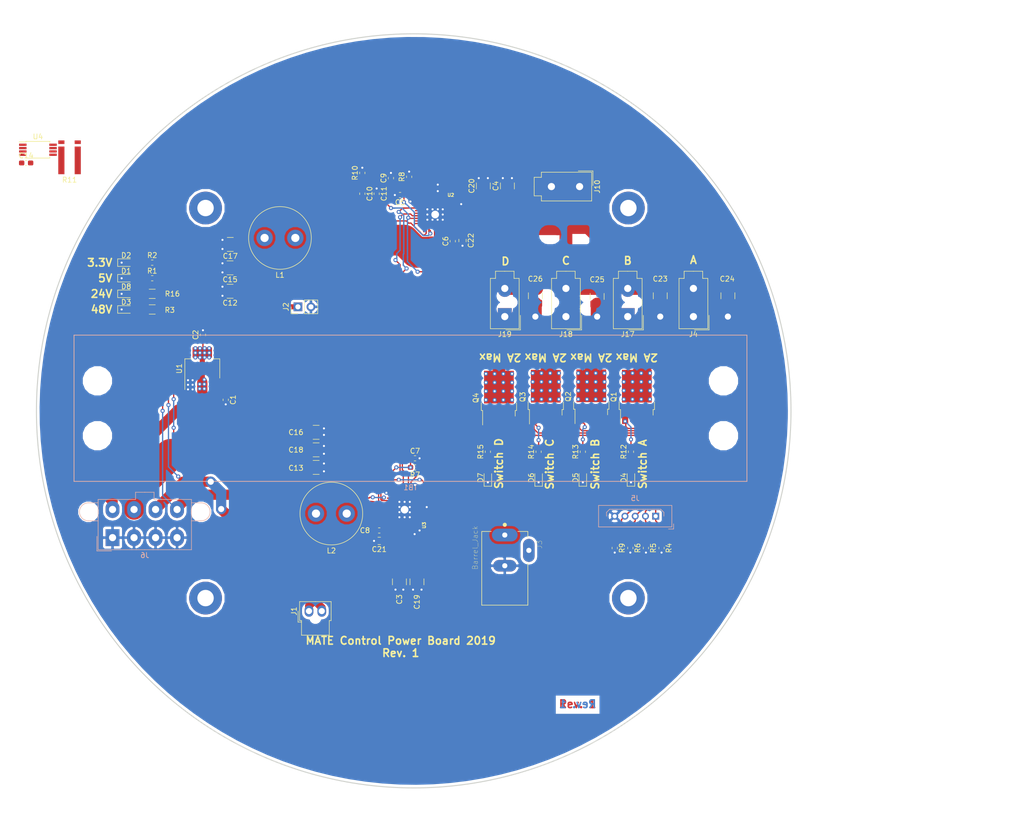
<source format=kicad_pcb>
(kicad_pcb (version 20171130) (host pcbnew "(5.0.0)")
  (layers (0 F.Cu signal) (31 B.Cu signal) (34 B.Paste user) (35 F.Paste user) (36 B.SilkS user) (37 F.SilkS user) (38 B.Mask user) (39 F.Mask user) (44 Edge.Cuts user))
  (net 0 "")
  (net 1 GND)
  (net 2 +3V3)
  (net 3 /SWITCH_A)
  (net 4 /SWITCH_B)
  (net 5 "Net-(D1-Pad2)")
  (net 6 "Net-(D2-Pad2)")
  (net 7 "Net-(D3-Pad2)")
  (net 8 "Net-(R11-Pad2)")
  (net 9 +5V)
  (net 10 /CURRENT_MEASURE)
  (net 11 +24V)
  (net 12 /SWITCH_D)
  (net 13 /SWITCH_C)
  (net 14 "Net-(J18-Pad1)")
  (net 15 "Net-(C5-Pad1)")
  (net 16 "Net-(C6-Pad1)")
  (net 17 "Net-(C6-Pad2)")
  (net 18 "Net-(C7-Pad1)")
  (net 19 "Net-(C8-Pad2)")
  (net 20 "Net-(C8-Pad1)")
  (net 21 "Net-(C9-Pad1)")
  (net 22 "Net-(C10-Pad1)")
  (net 23 "Net-(C10-Pad2)")
  (net 24 /48V_IN)
  (net 25 "Net-(R7-Pad1)")
  (net 26 "Net-(R8-Pad1)")
  (net 27 "Net-(R11-Pad3)")
  (net 28 "Net-(U2-Pad19)")
  (net 29 "Net-(U2-Pad18)")
  (net 30 "Net-(U2-Pad17)")
  (net 31 "Net-(U2-Pad15)")
  (net 32 "Net-(U2-Pad14)")
  (net 33 "Net-(U2-Pad13)")
  (net 34 "Net-(U2-Pad12)")
  (net 35 "Net-(U3-Pad8)")
  (net 36 "Net-(U3-Pad14)")
  (net 37 "Net-(U3-Pad16)")
  (net 38 "Net-(U3-Pad17)")
  (net 39 "Net-(U3-Pad18)")
  (net 40 "Net-(U4-Pad1)")
  (net 41 "Net-(J4-Pad1)")
  (net 42 "Net-(J17-Pad1)")
  (net 43 "Net-(J19-Pad1)")
  (net 44 "Net-(D4-Pad2)")
  (net 45 "Net-(D5-Pad2)")
  (net 46 "Net-(D6-Pad2)")
  (net 47 "Net-(D7-Pad2)")
  (net 48 "Net-(D8-Pad2)")
  (net 49 +48V)
  (module Package_TO_SOT_SMD:TO-252-3_TabPin2 (layer F.Cu) (at 136.271 99.568 90)
    (fp_text reference Q2 (at 0 -4.5 90) (layer F.SilkS))
    (fp_text value Q_NMOS_GDS)
    (pad 2 smd rect (at 2.1 0 90) (size 6.4 5.8) (layers F.Cu F.Mask) (net 42 "Net-(J17-Pad1)"))
    (pad 3 smd rect (at -4.2 2.28 90) (size 2.2 1.2) (layers F.Cu F.Paste F.Mask) (net 1 GND))
    (pad 2 smd rect (at -4.2 0 90) (size 2.2 1.2) (layers F.Cu F.Paste F.Mask) (net 42 "Net-(J17-Pad1)"))
    (pad 1 smd rect (at -4.2 -2.28 90) (size 2.2 1.2) (layers F.Cu F.Paste F.Mask) (net 4 /SWITCH_B))
  )
  (module Package_TO_SOT_SMD:TO-252-3_TabPin2 (layer F.Cu) (at 145.161 99.636 90)
    (fp_text reference Q1 (at 0 -4.5 90) (layer F.SilkS))
    (fp_text value Q_NMOS_GDS)
    (pad 1 smd rect (at -4.2 -2.28 90) (size 2.2 1.2) (layers F.Cu F.Paste F.Mask) (net 3 /SWITCH_A))
    (pad 2 smd rect (at -4.2 0 90) (size 2.2 1.2) (layers F.Cu F.Paste F.Mask) (net 41 "Net-(J4-Pad1)"))
    (pad 3 smd rect (at -4.2 2.28 90) (size 2.2 1.2) (layers F.Cu F.Paste F.Mask) (net 1 GND))
    (pad 2 smd rect (at 2.1 0 90) (size 6.4 5.8) (layers F.Cu F.Mask) (net 41 "Net-(J4-Pad1)"))
  )
  (module Connector_Harwin:Harwin_LTek-Male_05_P2.00mm_Vertical (layer B.Cu) (at 148.844 122.936 180)
    (fp_text reference J5 (at 4 3.5 180) (layer B.SilkS) (effects (justify mirror)))
    (fp_text value Switch_Input)
    (pad 1 thru_hole rect (at 0 0 180) (size 1.35 1.35) (drill 0.8) (layers *.Cu *.Mask) (net 3 /SWITCH_A))
    (pad 2 thru_hole circle (at 2 0 180) (size 1.35 1.35) (drill 0.8) (layers *.Cu *.Mask) (net 4 /SWITCH_B))
    (pad 3 thru_hole circle (at 4 0 180) (size 1.35 1.35) (drill 0.8) (layers *.Cu *.Mask) (net 13 /SWITCH_C))
    (pad 4 thru_hole circle (at 6 0 180) (size 1.35 1.35) (drill 0.8) (layers *.Cu *.Mask) (net 12 /SWITCH_D))
    (pad 5 thru_hole circle (at 8 0 180) (size 1.35 1.35) (drill 0.8) (layers *.Cu *.Mask) (net 1 GND))
  )
  (module MountingHole:MountingHole_3.2mm_M3_Pad (layer F.Cu) (at 143.51 62.738)
    (fp_text reference REF**)
    (fp_text value MountingHole_3.2mm_M3_Pad)
    (pad 1 thru_hole circle (at 0 0) (size 6.4 6.4) (drill 3.2) (layers *.Cu *.Mask))
  )
  (module MountingHole:MountingHole_3.2mm_M3_Pad (layer F.Cu) (at 60.96 62.738)
    (fp_text reference REF**)
    (fp_text value MountingHole_3.2mm_M3_Pad)
    (pad 1 thru_hole circle (at 0 0) (size 6.4 6.4) (drill 3.2) (layers *.Cu *.Mask))
  )
  (module MountingHole:MountingHole_3.2mm_M3_Pad (layer F.Cu) (at 143.51 138.938)
    (fp_text reference REF**)
    (fp_text value MountingHole_3.2mm_M3_Pad)
    (pad 1 thru_hole circle (at 0 0) (size 6.4 6.4) (drill 3.2) (layers *.Cu *.Mask))
  )
  (module MountingHole:MountingHole_3.2mm_M3_Pad (layer F.Cu) (at 60.96 138.938)
    (fp_text reference REF**)
    (fp_text value MountingHole_3.2mm_M3_Pad)
    (pad 1 thru_hole circle (at 0 0) (size 6.4 6.4) (drill 3.2) (layers *.Cu *.Mask))
  )
  (module Capacitor_SMD:C_0603_1608Metric_Pad1.05x0.95mm_HandSolder (layer F.Cu) (at 64.897 100.203 270)
    (fp_text reference C1 (at 0 -1.43 270) (layer F.SilkS))
    (fp_text value 10uF)
    (pad 1 smd roundrect (at -0.875 0 270) (size 1.05 0.95) (layers F.Cu F.Paste F.Mask) (net 9 +5V))
    (pad 2 smd roundrect (at 0.875 0 270) (size 1.05 0.95) (layers F.Cu F.Paste F.Mask) (net 1 GND))
  )
  (module Capacitor_SMD:C_0603_1608Metric_Pad1.05x0.95mm_HandSolder (layer F.Cu) (at 60.452 87.517 90)
    (fp_text reference C2 (at 0 -1.43 90) (layer F.SilkS))
    (fp_text value 10uF)
    (pad 2 smd roundrect (at 0.875 0 90) (size 1.05 0.95) (layers F.Cu F.Paste F.Mask) (net 1 GND))
    (pad 1 smd roundrect (at -0.875 0 90) (size 1.05 0.95) (layers F.Cu F.Paste F.Mask) (net 2 +3V3))
  )
  (module Capacitor_SMD:C_0603_1608Metric_Pad1.05x0.95mm_HandSolder (layer F.Cu) (at 98.933 60.198 180)
    (fp_text reference C5 (at 0 -1.43 180) (layer F.SilkS))
    (fp_text value 1uF)
    (pad 1 smd roundrect (at -0.875 0 180) (size 1.05 0.95) (layers F.Cu F.Paste F.Mask) (net 15 "Net-(C5-Pad1)"))
    (pad 2 smd roundrect (at 0.875 0 180) (size 1.05 0.95) (layers F.Cu F.Paste F.Mask) (net 1 GND))
  )
  (module Capacitor_SMD:C_0603_1608Metric_Pad1.05x0.95mm_HandSolder (layer F.Cu) (at 109.22 69.215 270)
    (fp_text reference C6 (at 0 1.397 270) (layer F.SilkS))
    (fp_text value .1uF)
    (pad 1 smd roundrect (at -0.875 0 270) (size 1.05 0.95) (layers F.Cu F.Paste F.Mask) (net 16 "Net-(C6-Pad1)"))
    (pad 2 smd roundrect (at 0.875 0 270) (size 1.05 0.95) (layers F.Cu F.Paste F.Mask) (net 17 "Net-(C6-Pad2)"))
  )
  (module Capacitor_SMD:C_0603_1608Metric_Pad1.05x0.95mm_HandSolder (layer F.Cu) (at 101.854 111.633)
    (fp_text reference C7 (at 0 -1.43) (layer F.SilkS))
    (fp_text value 1uF)
    (pad 2 smd roundrect (at 0.875 0) (size 1.05 0.95) (layers F.Cu F.Paste F.Mask) (net 1 GND))
    (pad 1 smd roundrect (at -0.875 0) (size 1.05 0.95) (layers F.Cu F.Paste F.Mask) (net 18 "Net-(C7-Pad1)"))
  )
  (module Capacitor_SMD:C_0603_1608Metric_Pad1.05x0.95mm_HandSolder (layer F.Cu) (at 94.869 125.73 180)
    (fp_text reference C8 (at 2.794 0 180) (layer F.SilkS))
    (fp_text value .1uF)
    (pad 2 smd roundrect (at 0.875 0 180) (size 1.05 0.95) (layers F.Cu F.Paste F.Mask) (net 19 "Net-(C8-Pad2)"))
    (pad 1 smd roundrect (at -0.875 0 180) (size 1.05 0.95) (layers F.Cu F.Paste F.Mask) (net 20 "Net-(C8-Pad1)"))
  )
  (module Capacitor_SMD:C_0603_1608Metric_Pad1.05x0.95mm_HandSolder (layer F.Cu) (at 97.155 56.896 90)
    (fp_text reference C9 (at 0 -1.43 90) (layer F.SilkS))
    (fp_text value 10pF)
    (pad 2 smd roundrect (at 0.875 0 90) (size 1.05 0.95) (layers F.Cu F.Paste F.Mask) (net 1 GND))
    (pad 1 smd roundrect (at -0.875 0 90) (size 1.05 0.95) (layers F.Cu F.Paste F.Mask) (net 21 "Net-(C9-Pad1)"))
  )
  (module Capacitor_SMD:C_0603_1608Metric_Pad1.05x0.95mm_HandSolder (layer F.Cu) (at 91.567 59.944 270)
    (fp_text reference C10 (at 0 -1.43 270) (layer F.SilkS))
    (fp_text value 2.2nF)
    (pad 1 smd roundrect (at -0.875 0 270) (size 1.05 0.95) (layers F.Cu F.Paste F.Mask) (net 22 "Net-(C10-Pad1)"))
    (pad 2 smd roundrect (at 0.875 0 270) (size 1.05 0.95) (layers F.Cu F.Paste F.Mask) (net 23 "Net-(C10-Pad2)"))
  )
  (module Capacitor_SMD:C_0603_1608Metric_Pad1.05x0.95mm_HandSolder (layer F.Cu) (at 94.361 59.944 270)
    (fp_text reference C11 (at 0 -1.43 270) (layer F.SilkS))
    (fp_text value 100pF)
    (pad 1 smd roundrect (at -0.875 0 270) (size 1.05 0.95) (layers F.Cu F.Paste F.Mask) (net 1 GND))
    (pad 2 smd roundrect (at 0.875 0 270) (size 1.05 0.95) (layers F.Cu F.Paste F.Mask) (net 23 "Net-(C10-Pad2)"))
  )
  (module LED_SMD:LED_0603_1608Metric_Pad1.05x0.95mm_HandSolder (layer F.Cu) (at 45.466 76.454)
    (fp_text reference D1 (at 0 -1.43) (layer F.SilkS))
    (fp_text value LED)
    (pad 1 smd roundrect (at -0.875 0) (size 1.05 0.95) (layers F.Cu F.Paste F.Mask) (net 1 GND))
    (pad 2 smd roundrect (at 0.875 0) (size 1.05 0.95) (layers F.Cu F.Paste F.Mask) (net 5 "Net-(D1-Pad2)"))
  )
  (module LED_SMD:LED_0603_1608Metric_Pad1.05x0.95mm_HandSolder (layer F.Cu) (at 45.466 73.406)
    (fp_text reference D2 (at 0 -1.43) (layer F.SilkS))
    (fp_text value LED)
    (pad 2 smd roundrect (at 0.875 0) (size 1.05 0.95) (layers F.Cu F.Paste F.Mask) (net 6 "Net-(D2-Pad2)"))
    (pad 1 smd roundrect (at -0.875 0) (size 1.05 0.95) (layers F.Cu F.Paste F.Mask) (net 1 GND))
  )
  (module LED_SMD:LED_0603_1608Metric_Pad1.05x0.95mm_HandSolder (layer F.Cu) (at 45.466 82.55)
    (fp_text reference D3 (at 0 -1.43) (layer F.SilkS))
    (fp_text value LED)
    (pad 1 smd roundrect (at -0.875 0) (size 1.05 0.95) (layers F.Cu F.Paste F.Mask) (net 1 GND))
    (pad 2 smd roundrect (at 0.875 0) (size 1.05 0.95) (layers F.Cu F.Paste F.Mask) (net 7 "Net-(D3-Pad2)"))
  )
  (module Connector_PinHeader_2.54mm:PinHeader_1x02_P2.54mm_Vertical (layer F.Cu) (at 78.994 82.042 90)
    (fp_text reference J2 (at 0 -2.33 90) (layer F.SilkS))
    (fp_text value 5V)
    (pad 1 thru_hole rect (at 0 0 90) (size 1.7 1.7) (drill 1) (layers *.Cu *.Mask) (net 9 +5V))
    (pad 2 thru_hole oval (at 0 2.54 90) (size 1.7 1.7) (drill 1) (layers *.Cu *.Mask) (net 1 GND))
  )
  (module PJ-002AH:CUI_PJ-002AH (layer F.Cu) (at 119.38 126.619 270)
    (fp_text reference J3 (at 1.85009 -6.76532 270) (layer F.SilkS) (effects (font (size 1.00005 1.00005) (thickness 0.05))))
    (fp_text value Barrel_Jack (at 2.48828 5.78266 270) (layer F.SilkS) (effects (font (size 1.00132 1.00132) (thickness 0.05))))
    (fp_line (start 0.5 1.75) (end -0.5 1.75) (layer Edge.Cuts) (width 0.0001))
    (fp_line (start -0.5 1.75) (end -0.5 -1.75) (layer Edge.Cuts) (width 0.0001))
    (fp_line (start -0.5 -1.75) (end 0.5 -1.75) (layer Edge.Cuts) (width 0.0001))
    (fp_line (start 0.5 -1.75) (end 0.5 1.75) (layer Edge.Cuts) (width 0.0001))
    (fp_line (start 6.5 1.5) (end 5.5 1.5) (layer Edge.Cuts) (width 0.0001))
    (fp_line (start 5.5 1.5) (end 5.5 -1.5) (layer Edge.Cuts) (width 0.0001))
    (fp_line (start 5.5 -1.5) (end 6.5 -1.5) (layer Edge.Cuts) (width 0.0001))
    (fp_line (start 6.5 -1.5) (end 6.5 1.5) (layer Edge.Cuts) (width 0.0001))
    (fp_line (start 1.5 -4.2) (end 1.5 -5.2) (layer Edge.Cuts) (width 0.0001))
    (fp_line (start 1.5 -5.2) (end 4.5 -5.2) (layer Edge.Cuts) (width 0.0001))
    (fp_line (start 4.5 -5.2) (end 4.5 -4.2) (layer Edge.Cuts) (width 0.0001))
    (fp_line (start 4.5 -4.2) (end 1.5 -4.2) (layer Edge.Cuts) (width 0.0001))
    (pad 1 thru_hole oval (at 0 0) (size 5 2.5) (drill 1) (layers *.Cu *.Mask) (net 49 +48V))
    (pad 2 thru_hole oval (at 6 0) (size 4.5 2.25) (drill 1) (layers *.Cu *.Mask) (net 1 GND))
    (pad 3 thru_hole oval (at 3 -4.7 90) (size 4.5 2.25) (drill 1) (layers *.Cu *.Mask))
  )
  (module Connector_Molex:Molex_Mini-Fit_Jr_5566-08A2_2x04_P4.20mm_Vertical (layer B.Cu) (at 42.799 127.127)
    (fp_text reference J6 (at 6.3 3.45) (layer B.SilkS) (effects (justify mirror)))
    (fp_text value Power_Connector)
    (pad "" np_thru_hole circle (at 17.3 -5.04) (size 3 3) (drill 3) (layers *.Cu *.Mask))
    (pad "" np_thru_hole circle (at -4.7 -5.04) (size 3 3) (drill 3) (layers *.Cu *.Mask))
    (pad 8 thru_hole oval (at 12.6 -5.5) (size 2.7 3.3) (drill 1.4) (layers *.Cu *.Mask) (net 49 +48V))
    (pad 7 thru_hole oval (at 8.4 -5.5) (size 2.7 3.3) (drill 1.4) (layers *.Cu *.Mask) (net 11 +24V))
    (pad 6 thru_hole oval (at 4.2 -5.5) (size 2.7 3.3) (drill 1.4) (layers *.Cu *.Mask) (net 9 +5V))
    (pad 5 thru_hole oval (at 0 -5.5) (size 2.7 3.3) (drill 1.4) (layers *.Cu *.Mask) (net 2 +3V3))
    (pad 4 thru_hole oval (at 12.6 0) (size 2.7 3.3) (drill 1.4) (layers *.Cu *.Mask) (net 1 GND))
    (pad 3 thru_hole oval (at 8.4 0) (size 2.7 3.3) (drill 1.4) (layers *.Cu *.Mask) (net 1 GND))
    (pad 2 thru_hole oval (at 4.2 0) (size 2.7 3.3) (drill 1.4) (layers *.Cu *.Mask) (net 1 GND))
    (pad 1 thru_hole rect (at 0 0) (size 2.7 3.3) (drill 1.4) (layers *.Cu *.Mask) (net 1 GND))
  )
  (module Inductor_THT:L_Radial_D12.0mm_P6.00mm_MuRATA_1900R (layer F.Cu) (at 78.486 68.58 180)
    (fp_text reference L1 (at 3 -7.25 180) (layer F.SilkS))
    (fp_text value 33uH)
    (pad 2 thru_hole circle (at 6 0 180) (size 3.2 3.2) (drill 1.6) (layers *.Cu *.Mask) (net 9 +5V))
    (pad 1 thru_hole circle (at 0 0 180) (size 3.2 3.2) (drill 1.6) (layers *.Cu *.Mask) (net 17 "Net-(C6-Pad2)"))
  )
  (module Inductor_THT:L_Radial_D12.0mm_P6.00mm_MuRATA_1900R (layer F.Cu) (at 88.519 122.428 180)
    (fp_text reference L2 (at 3 -7.25 180) (layer F.SilkS))
    (fp_text value 33uH)
    (pad 1 thru_hole circle (at 0 0 180) (size 3.2 3.2) (drill 1.6) (layers *.Cu *.Mask) (net 19 "Net-(C8-Pad2)"))
    (pad 2 thru_hole circle (at 6 0 180) (size 3.2 3.2) (drill 1.6) (layers *.Cu *.Mask) (net 9 +5V))
  )
  (module Resistor_SMD:R_0603_1608Metric_Pad1.05x0.95mm_HandSolder (layer F.Cu) (at 50.546 76.454)
    (fp_text reference R1 (at 0 -1.43) (layer F.SilkS))
    (fp_text value R_Small)
    (pad 2 smd roundrect (at 0.875 0) (size 1.05 0.95) (layers F.Cu F.Paste F.Mask) (net 9 +5V))
    (pad 1 smd roundrect (at -0.875 0) (size 1.05 0.95) (layers F.Cu F.Paste F.Mask) (net 5 "Net-(D1-Pad2)"))
  )
  (module Resistor_SMD:R_0603_1608Metric_Pad1.05x0.95mm_HandSolder (layer F.Cu) (at 50.546 73.406)
    (fp_text reference R2 (at 0 -1.43) (layer F.SilkS))
    (fp_text value R_Small)
    (pad 2 smd roundrect (at 0.875 0) (size 1.05 0.95) (layers F.Cu F.Paste F.Mask) (net 2 +3V3))
    (pad 1 smd roundrect (at -0.875 0) (size 1.05 0.95) (layers F.Cu F.Paste F.Mask) (net 6 "Net-(D2-Pad2)"))
  )
  (module Resistor_SMD:R_0603_1608Metric_Pad1.05x0.95mm_HandSolder (layer F.Cu) (at 149.987 129.159 270)
    (fp_text reference R4 (at 0 -1.43 270) (layer F.SilkS))
    (fp_text value 10k)
    (pad 2 smd roundrect (at 0.875 0 270) (size 1.05 0.95) (layers F.Cu F.Paste F.Mask) (net 1 GND))
    (pad 1 smd roundrect (at -0.875 0 270) (size 1.05 0.95) (layers F.Cu F.Paste F.Mask) (net 3 /SWITCH_A))
  )
  (module Resistor_SMD:R_0603_1608Metric_Pad1.05x0.95mm_HandSolder (layer F.Cu) (at 146.939 129.159 270)
    (fp_text reference R5 (at 0 -1.43 270) (layer F.SilkS))
    (fp_text value 10k)
    (pad 1 smd roundrect (at -0.875 0 270) (size 1.05 0.95) (layers F.Cu F.Paste F.Mask) (net 4 /SWITCH_B))
    (pad 2 smd roundrect (at 0.875 0 270) (size 1.05 0.95) (layers F.Cu F.Paste F.Mask) (net 1 GND))
  )
  (module Resistor_SMD:R_0603_1608Metric_Pad1.05x0.95mm_HandSolder (layer F.Cu) (at 143.891 129.159 270)
    (fp_text reference R6 (at 0 -1.43 270) (layer F.SilkS))
    (fp_text value 10k)
    (pad 2 smd roundrect (at 0.875 0 270) (size 1.05 0.95) (layers F.Cu F.Paste F.Mask) (net 1 GND))
    (pad 1 smd roundrect (at -0.875 0 270) (size 1.05 0.95) (layers F.Cu F.Paste F.Mask) (net 13 /SWITCH_C))
  )
  (module Resistor_SMD:R_0603_1608Metric_Pad1.05x0.95mm_HandSolder (layer F.Cu) (at 101.854 113.411 180)
    (fp_text reference R7 (at 0 -1.43 180) (layer F.SilkS))
    (fp_text value 100k)
    (pad 1 smd roundrect (at -0.875 0 180) (size 1.05 0.95) (layers F.Cu F.Paste F.Mask) (net 25 "Net-(R7-Pad1)"))
    (pad 2 smd roundrect (at 0.875 0 180) (size 1.05 0.95) (layers F.Cu F.Paste F.Mask) (net 18 "Net-(C7-Pad1)"))
  )
  (module Resistor_SMD:R_0603_1608Metric_Pad1.05x0.95mm_HandSolder (layer F.Cu) (at 100.711 56.642 90)
    (fp_text reference R8 (at 0 -1.43 90) (layer F.SilkS))
    (fp_text value 4.02k)
    (pad 2 smd roundrect (at 0.875 0 90) (size 1.05 0.95) (layers F.Cu F.Paste F.Mask) (net 1 GND))
    (pad 1 smd roundrect (at -0.875 0 90) (size 1.05 0.95) (layers F.Cu F.Paste F.Mask) (net 26 "Net-(R8-Pad1)"))
  )
  (module Resistor_SMD:R_0603_1608Metric_Pad1.05x0.95mm_HandSolder (layer F.Cu) (at 140.843 129.159 270)
    (fp_text reference R9 (at 0 -1.43 270) (layer F.SilkS))
    (fp_text value 10k)
    (pad 1 smd roundrect (at -0.875 0 270) (size 1.05 0.95) (layers F.Cu F.Paste F.Mask) (net 12 /SWITCH_D))
    (pad 2 smd roundrect (at 0.875 0 270) (size 1.05 0.95) (layers F.Cu F.Paste F.Mask) (net 1 GND))
  )
  (module Resistor_SMD:R_0603_1608Metric_Pad1.05x0.95mm_HandSolder (layer F.Cu) (at 91.567 55.88 90)
    (fp_text reference R10 (at 0 -1.43 90) (layer F.SilkS))
    (fp_text value 5.11k)
    (pad 1 smd roundrect (at -0.875 0 90) (size 1.05 0.95) (layers F.Cu F.Paste F.Mask) (net 22 "Net-(C10-Pad1)"))
    (pad 2 smd roundrect (at 0.875 0 90) (size 1.05 0.95) (layers F.Cu F.Paste F.Mask) (net 1 GND))
  )
  (module Package_TO_SOT_SMD:SOT-223-3_TabPin2 (layer F.Cu) (at 60.325 94.107 90)
    (fp_text reference U1 (at 0 -4.5 90) (layer F.SilkS))
    (fp_text value LD1117S33TR_SOT223)
    (pad 2 smd rect (at 3.15 0 90) (size 2 3.8) (layers F.Cu F.Paste F.Mask) (net 2 +3V3))
    (pad 2 smd rect (at -3.15 0 90) (size 2 1.5) (layers F.Cu F.Paste F.Mask) (net 2 +3V3))
    (pad 3 smd rect (at -3.15 2.3 90) (size 2 1.5) (layers F.Cu F.Paste F.Mask) (net 9 +5V))
    (pad 1 smd rect (at -3.15 -2.3 90) (size 2 1.5) (layers F.Cu F.Paste F.Mask) (net 1 GND))
  )
  (module footprints:LTC7103_long_pads_hole (layer F.Cu) (at 105.791 64.008 180)
    (fp_text reference U2 (at -3.048 3.81 180) (layer F.SilkS) (effects (font (size 0.635 0.635) (thickness 0.1524))))
    (fp_text value LTC7103-LT7103)
    (pad 37 thru_hole circle (at 0 0 180) (size 1.524 1.524) (drill 1.5) (layers *.Cu *.Mask) (net 1 GND))
    (pad 36 smd rect (at -2.9 1.75 180) (size 1.4 0.25) (drill (offset -0.35 0)) (layers F.Cu F.Paste F.Mask) (net 1 GND))
    (pad 35 smd rect (at -2.9 1.25 180) (size 1.4 0.25) (drill (offset -0.35 0)) (layers F.Cu F.Paste F.Mask) (net 1 GND))
    (pad 32 smd rect (at -2.9 -0.25 180) (size 1.4 0.25) (drill (offset -0.35 0)) (layers F.Cu F.Paste F.Mask) (net 49 +48V))
    (pad 31 smd rect (at -2.9 -0.75 180) (size 1.4 0.25) (drill (offset -0.35 0)) (layers F.Cu F.Paste F.Mask) (net 49 +48V))
    (pad 30 smd rect (at -2.9 -1.25 180) (size 1.4 0.25) (drill (offset -0.35 0)) (layers F.Cu F.Paste F.Mask) (net 49 +48V))
    (pad 27 smd rect (at -1.75 -2.4 180) (size 0.25 1.4) (drill (offset 0 -0.35)) (layers F.Cu F.Paste F.Mask) (net 16 "Net-(C6-Pad1)"))
    (pad 26 smd rect (at -1.25 -2.4 180) (size 0.25 1.4) (drill (offset 0 -0.35)) (layers F.Cu F.Paste F.Mask) (net 17 "Net-(C6-Pad2)"))
    (pad 25 smd rect (at -0.75 -2.4 180) (size 0.25 1.4) (drill (offset 0 -0.35)) (layers F.Cu F.Paste F.Mask) (net 17 "Net-(C6-Pad2)"))
    (pad 24 smd rect (at -0.25 -2.4 180) (size 0.25 1.4) (drill (offset 0 -0.35)) (layers F.Cu F.Paste F.Mask) (net 17 "Net-(C6-Pad2)"))
    (pad 21 smd rect (at 1.25 -2.4 180) (size 0.25 1.4) (drill (offset 0 -0.35)) (layers F.Cu F.Paste F.Mask) (net 15 "Net-(C5-Pad1)"))
    (pad 20 smd rect (at 1.75 -2.4 180) (size 0.25 1.4) (drill (offset 0 -0.35)) (layers F.Cu F.Paste F.Mask) (net 9 +5V))
    (pad 19 smd rect (at 2.25 -2.4 180) (size 0.25 1.4) (drill (offset 0 -0.35)) (layers F.Cu F.Paste F.Mask) (net 28 "Net-(U2-Pad19)"))
    (pad 18 smd rect (at 2.9 -1.75 180) (size 1.4 0.25) (drill (offset 0.35 0)) (layers F.Cu F.Paste F.Mask) (net 29 "Net-(U2-Pad18)"))
    (pad 17 smd rect (at 2.9 -1.25 180) (size 1.4 0.25) (drill (offset 0.35 0)) (layers F.Cu F.Paste F.Mask) (net 30 "Net-(U2-Pad17)"))
    (pad 16 smd rect (at 2.9 -0.75 180) (size 1.4 0.25) (drill (offset 0.35 0)) (layers F.Cu F.Paste F.Mask) (net 23 "Net-(C10-Pad2)"))
    (pad 15 smd rect (at 2.9 -0.25 180) (size 1.4 0.25) (drill (offset 0.35 0)) (layers F.Cu F.Paste F.Mask) (net 31 "Net-(U2-Pad15)"))
    (pad 14 smd rect (at 2.9 0.25 180) (size 1.4 0.25) (drill (offset 0.35 0)) (layers F.Cu F.Paste F.Mask) (net 32 "Net-(U2-Pad14)"))
    (pad 13 smd rect (at 2.9 0.75 180) (size 1.4 0.25) (drill (offset 0.35 0)) (layers F.Cu F.Paste F.Mask) (net 33 "Net-(U2-Pad13)"))
    (pad 12 smd rect (at 2.9 1.25 180) (size 1.4 0.25) (drill (offset 0.35 0)) (layers F.Cu F.Paste F.Mask) (net 34 "Net-(U2-Pad12)"))
    (pad 11 smd rect (at 2.9 1.75 180) (size 1.4 0.25) (drill (offset 0.35 0)) (layers F.Cu F.Paste F.Mask) (net 1 GND))
    (pad 10 smd rect (at 2.25 2.4 180) (size 0.25 1.4) (drill (offset 0 0.35)) (layers F.Cu F.Paste F.Mask) (net 15 "Net-(C5-Pad1)"))
    (pad 9 smd rect (at 1.75 2.4 180) (size 0.25 1.4) (drill (offset 0 0.35)) (layers F.Cu F.Paste F.Mask) (net 21 "Net-(C9-Pad1)"))
    (pad 8 smd rect (at 1.25 2.4 180) (size 0.25 1.4) (drill (offset 0 0.35)) (layers F.Cu F.Paste F.Mask) (net 26 "Net-(R8-Pad1)"))
    (pad 7 smd rect (at 0.75 2.4 180) (size 0.25 1.4) (drill (offset 0 0.35)) (layers F.Cu F.Paste F.Mask) (net 1 GND))
    (pad 6 smd rect (at 0.25 2.4 180) (size 0.25 1.4) (drill (offset 0 0.35)) (layers F.Cu F.Paste F.Mask) (net 1 GND))
    (pad 3 smd rect (at -1.25 2.4 180) (size 0.25 1.4) (drill (offset 0 0.35)) (layers F.Cu F.Paste F.Mask) (net 49 +48V))
    (pad 37 smd rect (at 0 0 180) (size 3.6 2.6) (layers F.Cu F.Paste F.Mask) (net 1 GND))
  )
  (module footprints:LTC7103_long_pads_hole (layer F.Cu) (at 99.822 121.666 90)
    (fp_text reference U3 (at -3.048 3.81 90) (layer F.SilkS) (effects (font (size 0.635 0.635) (thickness 0.1524))))
    (fp_text value LTC7103-LT7103)
    (pad 37 smd rect (at 0 0 90) (size 3.6 2.6) (layers F.Cu F.Paste F.Mask) (net 1 GND))
    (pad 3 smd rect (at -1.25 2.4 90) (size 0.25 1.4) (drill (offset 0 0.35)) (layers F.Cu F.Paste F.Mask) (net 49 +48V))
    (pad 6 smd rect (at 0.25 2.4 90) (size 0.25 1.4) (drill (offset 0 0.35)) (layers F.Cu F.Paste F.Mask) (net 1 GND))
    (pad 7 smd rect (at 0.75 2.4 90) (size 0.25 1.4) (drill (offset 0 0.35)) (layers F.Cu F.Paste F.Mask) (net 1 GND))
    (pad 8 smd rect (at 1.25 2.4 90) (size 0.25 1.4) (drill (offset 0 0.35)) (layers F.Cu F.Paste F.Mask) (net 35 "Net-(U3-Pad8)"))
    (pad 9 smd rect (at 1.75 2.4 90) (size 0.25 1.4) (drill (offset 0 0.35)) (layers F.Cu F.Paste F.Mask) (net 23 "Net-(C10-Pad2)"))
    (pad 10 smd rect (at 2.25 2.4 90) (size 0.25 1.4) (drill (offset 0 0.35)) (layers F.Cu F.Paste F.Mask) (net 9 +5V))
    (pad 11 smd rect (at 2.9 1.75 90) (size 1.4 0.25) (drill (offset 0.35 0)) (layers F.Cu F.Paste F.Mask) (net 1 GND))
    (pad 12 smd rect (at 2.9 1.25 90) (size 1.4 0.25) (drill (offset 0.35 0)) (layers F.Cu F.Paste F.Mask) (net 25 "Net-(R7-Pad1)"))
    (pad 13 smd rect (at 2.9 0.75 90) (size 1.4 0.25) (drill (offset 0.35 0)) (layers F.Cu F.Paste F.Mask) (net 34 "Net-(U2-Pad12)"))
    (pad 14 smd rect (at 2.9 0.25 90) (size 1.4 0.25) (drill (offset 0.35 0)) (layers F.Cu F.Paste F.Mask) (net 36 "Net-(U3-Pad14)"))
    (pad 15 smd rect (at 2.9 -0.25 90) (size 1.4 0.25) (drill (offset 0.35 0)) (layers F.Cu F.Paste F.Mask) (net 31 "Net-(U2-Pad15)"))
    (pad 16 smd rect (at 2.9 -0.75 90) (size 1.4 0.25) (drill (offset 0.35 0)) (layers F.Cu F.Paste F.Mask) (net 37 "Net-(U3-Pad16)"))
    (pad 17 smd rect (at 2.9 -1.25 90) (size 1.4 0.25) (drill (offset 0.35 0)) (layers F.Cu F.Paste F.Mask) (net 38 "Net-(U3-Pad17)"))
    (pad 18 smd rect (at 2.9 -1.75 90) (size 1.4 0.25) (drill (offset 0.35 0)) (layers F.Cu F.Paste F.Mask) (net 39 "Net-(U3-Pad18)"))
    (pad 19 smd rect (at 2.25 -2.4 90) (size 0.25 1.4) (drill (offset 0 -0.35)) (layers F.Cu F.Paste F.Mask) (net 1 GND))
    (pad 20 smd rect (at 1.75 -2.4 90) (size 0.25 1.4) (drill (offset 0 -0.35)) (layers F.Cu F.Paste F.Mask) (net 9 +5V))
    (pad 21 smd rect (at 1.25 -2.4 90) (size 0.25 1.4) (drill (offset 0 -0.35)) (layers F.Cu F.Paste F.Mask) (net 18 "Net-(C7-Pad1)"))
    (pad 24 smd rect (at -0.25 -2.4 90) (size 0.25 1.4) (drill (offset 0 -0.35)) (layers F.Cu F.Paste F.Mask) (net 19 "Net-(C8-Pad2)"))
    (pad 25 smd rect (at -0.75 -2.4 90) (size 0.25 1.4) (drill (offset 0 -0.35)) (layers F.Cu F.Paste F.Mask) (net 19 "Net-(C8-Pad2)"))
    (pad 26 smd rect (at -1.25 -2.4 90) (size 0.25 1.4) (drill (offset 0 -0.35)) (layers F.Cu F.Paste F.Mask) (net 19 "Net-(C8-Pad2)"))
    (pad 27 smd rect (at -1.75 -2.4 90) (size 0.25 1.4) (drill (offset 0 -0.35)) (layers F.Cu F.Paste F.Mask) (net 20 "Net-(C8-Pad1)"))
    (pad 30 smd rect (at -2.9 -1.25 90) (size 1.4 0.25) (drill (offset -0.35 0)) (layers F.Cu F.Paste F.Mask) (net 49 +48V))
    (pad 31 smd rect (at -2.9 -0.75 90) (size 1.4 0.25) (drill (offset -0.35 0)) (layers F.Cu F.Paste F.Mask) (net 49 +48V))
    (pad 32 smd rect (at -2.9 -0.25 90) (size 1.4 0.25) (drill (offset -0.35 0)) (layers F.Cu F.Paste F.Mask) (net 49 +48V))
    (pad 35 smd rect (at -2.9 1.25 90) (size 1.4 0.25) (drill (offset -0.35 0)) (layers F.Cu F.Paste F.Mask) (net 1 GND))
    (pad 36 smd rect (at -2.9 1.75 90) (size 1.4 0.25) (drill (offset -0.35 0)) (layers F.Cu F.Paste F.Mask) (net 1 GND))
    (pad 37 thru_hole circle (at 0 0 90) (size 1.524 1.524) (drill 1.5) (layers *.Cu *.Mask) (net 1 GND))
  )
  (module Connector_Molex:Molex_Mini-Fit_Jr_5566-02A_2x01_P4.20mm_Vertical (layer F.Cu) (at 133.985 58.547 270)
    (fp_text reference J10 (at 0 -3.45 270) (layer F.SilkS))
    (fp_text value 48V_from_conversion)
    (pad 1 thru_hole rect (at 0 0 270) (size 2.7 3.3) (drill 1.4) (layers *.Cu *.Mask) (net 49 +48V))
    (pad 2 thru_hole oval (at 0 5.5 270) (size 2.7 3.3) (drill 1.4) (layers *.Cu *.Mask) (net 49 +48V))
  )
  (module Package_TO_SOT_SMD:TO-252-3_TabPin2 (layer F.Cu) (at 127.381 99.636 90)
    (fp_text reference Q3 (at 0 -4.5 90) (layer F.SilkS))
    (fp_text value Q_NMOS_GDS)
    (pad 1 smd rect (at -4.2 -2.28 90) (size 2.2 1.2) (layers F.Cu F.Paste F.Mask) (net 13 /SWITCH_C))
    (pad 2 smd rect (at -4.2 0 90) (size 2.2 1.2) (layers F.Cu F.Paste F.Mask) (net 14 "Net-(J18-Pad1)"))
    (pad 3 smd rect (at -4.2 2.28 90) (size 2.2 1.2) (layers F.Cu F.Paste F.Mask) (net 1 GND))
    (pad 2 smd rect (at 2.1 0 90) (size 6.4 5.8) (layers F.Cu F.Mask) (net 14 "Net-(J18-Pad1)"))
  )
  (module Package_TO_SOT_SMD:TO-252-3_TabPin2 (layer F.Cu) (at 118.237 99.822 90)
    (fp_text reference Q4 (at 0 -4.5 90) (layer F.SilkS))
    (fp_text value Q_NMOS_GDS)
    (pad 2 smd rect (at 2.1 0 90) (size 6.4 5.8) (layers F.Cu F.Mask) (net 43 "Net-(J19-Pad1)"))
    (pad 3 smd rect (at -4.2 2.28 90) (size 2.2 1.2) (layers F.Cu F.Paste F.Mask) (net 1 GND))
    (pad 2 smd rect (at -4.2 0 90) (size 2.2 1.2) (layers F.Cu F.Paste F.Mask) (net 43 "Net-(J19-Pad1)"))
    (pad 1 smd rect (at -4.2 -2.28 90) (size 2.2 1.2) (layers F.Cu F.Paste F.Mask) (net 12 /SWITCH_D))
  )
  (module LED_SMD:LED_0603_1608Metric_Pad1.05x0.95mm_HandSolder (layer F.Cu) (at 144.018 115.429 90)
    (fp_text reference D4 (at 0 -1.43 90) (layer F.SilkS))
    (fp_text value LED)
    (pad 2 smd roundrect (at 0.875 0 90) (size 1.05 0.95) (layers F.Cu F.Paste F.Mask) (net 44 "Net-(D4-Pad2)"))
    (pad 1 smd roundrect (at -0.875 0 90) (size 1.05 0.95) (layers F.Cu F.Paste F.Mask) (net 1 GND))
  )
  (module LED_SMD:LED_0603_1608Metric_Pad1.05x0.95mm_HandSolder (layer F.Cu) (at 134.62 115.429 90)
    (fp_text reference D5 (at 0 -1.43 90) (layer F.SilkS))
    (fp_text value LED)
    (pad 1 smd roundrect (at -0.875 0 90) (size 1.05 0.95) (layers F.Cu F.Paste F.Mask) (net 1 GND))
    (pad 2 smd roundrect (at 0.875 0 90) (size 1.05 0.95) (layers F.Cu F.Paste F.Mask) (net 45 "Net-(D5-Pad2)"))
  )
  (module LED_SMD:LED_0603_1608Metric_Pad1.05x0.95mm_HandSolder (layer F.Cu) (at 125.984 115.429 90)
    (fp_text reference D6 (at 0 -1.43 90) (layer F.SilkS))
    (fp_text value LED)
    (pad 2 smd roundrect (at 0.875 0 90) (size 1.05 0.95) (layers F.Cu F.Paste F.Mask) (net 46 "Net-(D6-Pad2)"))
    (pad 1 smd roundrect (at -0.875 0 90) (size 1.05 0.95) (layers F.Cu F.Paste F.Mask) (net 1 GND))
  )
  (module LED_SMD:LED_0603_1608Metric_Pad1.05x0.95mm_HandSolder (layer F.Cu) (at 116.078 115.429 90)
    (fp_text reference D7 (at 0 -1.43 90) (layer F.SilkS))
    (fp_text value LED)
    (pad 1 smd roundrect (at -0.875 0 90) (size 1.05 0.95) (layers F.Cu F.Paste F.Mask) (net 1 GND))
    (pad 2 smd roundrect (at 0.875 0 90) (size 1.05 0.95) (layers F.Cu F.Paste F.Mask) (net 47 "Net-(D7-Pad2)"))
  )
  (module Resistor_SMD:R_0603_1608Metric_Pad1.05x0.95mm_HandSolder (layer F.Cu) (at 144.018 110.349 90)
    (fp_text reference R12 (at 0 -1.43 90) (layer F.SilkS))
    (fp_text value R_Small)
    (pad 2 smd roundrect (at 0.875 0 90) (size 1.05 0.95) (layers F.Cu F.Paste F.Mask) (net 3 /SWITCH_A))
    (pad 1 smd roundrect (at -0.875 0 90) (size 1.05 0.95) (layers F.Cu F.Paste F.Mask) (net 44 "Net-(D4-Pad2)"))
  )
  (module Resistor_SMD:R_0603_1608Metric_Pad1.05x0.95mm_HandSolder (layer F.Cu) (at 134.62 110.349 90)
    (fp_text reference R13 (at 0 -1.43 90) (layer F.SilkS))
    (fp_text value R_Small)
    (pad 1 smd roundrect (at -0.875 0 90) (size 1.05 0.95) (layers F.Cu F.Paste F.Mask) (net 45 "Net-(D5-Pad2)"))
    (pad 2 smd roundrect (at 0.875 0 90) (size 1.05 0.95) (layers F.Cu F.Paste F.Mask) (net 4 /SWITCH_B))
  )
  (module Resistor_SMD:R_0603_1608Metric_Pad1.05x0.95mm_HandSolder (layer F.Cu) (at 125.984 110.349 90)
    (fp_text reference R14 (at 0 -1.43 90) (layer F.SilkS))
    (fp_text value R_Small)
    (pad 2 smd roundrect (at 0.875 0 90) (size 1.05 0.95) (layers F.Cu F.Paste F.Mask) (net 13 /SWITCH_C))
    (pad 1 smd roundrect (at -0.875 0 90) (size 1.05 0.95) (layers F.Cu F.Paste F.Mask) (net 46 "Net-(D6-Pad2)"))
  )
  (module Resistor_SMD:R_0603_1608Metric_Pad1.05x0.95mm_HandSolder (layer F.Cu) (at 116.078 110.349 90)
    (fp_text reference R15 (at 0 -1.43 90) (layer F.SilkS))
    (fp_text value R_Small)
    (pad 1 smd roundrect (at -0.875 0 90) (size 1.05 0.95) (layers F.Cu F.Paste F.Mask) (net 47 "Net-(D7-Pad2)"))
    (pad 2 smd roundrect (at 0.875 0 90) (size 1.05 0.95) (layers F.Cu F.Paste F.Mask) (net 12 /SWITCH_D))
  )
  (module goat:goat_solid_copper_0.731in (layer F.Cu) (at 99.06 157.099)
    (fp_text reference G*** hide)
    (fp_text value LOGO hide)
    (fp_poly (pts (xy 6.014368 -7.509926) (xy 6.035885 -7.492842) (xy 6.069828 -7.463701) (xy 6.11689 -7.422084) (xy 6.127714 -7.412427) (xy 6.23871 -7.30834) (xy 6.351329 -7.19352) (xy 6.46115 -7.072846) (xy 6.563752 -6.951197) (xy 6.654714 -6.833453) (xy 6.664578 -6.819901) (xy 6.821309 -6.588144) (xy 6.960025 -6.351371) (xy 7.081371 -6.108413) (xy 7.1658 -5.910263) (xy 7.189449 -5.847589) (xy 7.215491 -5.773877) (xy 7.242201 -5.694434) (xy 7.26785 -5.614565) (xy 7.290711 -5.539576) (xy 7.309058 -5.474775) (xy 7.315021 -5.451797) (xy 7.324858 -5.412431) (xy 7.430422 -5.373022) (xy 7.482117 -5.354844) (xy 7.54361 -5.334959) (xy 7.609453 -5.314969) (xy 7.674198 -5.296476) (xy 7.732395 -5.28108) (xy 7.778595 -5.270384) (xy 7.781924 -5.269717) (xy 7.801965 -5.263389) (xy 7.833167 -5.250988) (xy 7.870373 -5.234858) (xy 7.908426 -5.217347) (xy 7.942168 -5.200798) (xy 7.966444 -5.187561) (xy 7.974285 -5.182212) (xy 7.989033 -5.171218) (xy 8.013398 -5.154542) (xy 8.030949 -5.14302) (xy 8.07752 -5.107853) (xy 8.127406 -5.061746) (xy 8.174867 -5.010517) (xy 8.214161 -4.959986) (xy 8.219806 -4.951593) (xy 8.250591 -4.89844) (xy 8.274267 -4.842461) (xy 8.291764 -4.780011) (xy 8.304017 -4.70745) (xy 8.311957 -4.621134) (xy 8.314072 -4.583226) (xy 8.317977 -4.514433) (xy 8.323494 -4.459754) (xy 8.332412 -4.415134) (xy 8.346521 -4.376522) (xy 8.367612 -4.339863) (xy 8.397475 -4.301104) (xy 8.437898 -4.256192) (xy 8.476193 -4.216062) (xy 8.517922 -4.17226) (xy 8.555325 -4.131568) (xy 8.590158 -4.091697) (xy 8.624179 -4.05036) (xy 8.659144 -4.005269) (xy 8.696811 -3.954135) (xy 8.738938 -3.894671) (xy 8.787279 -3.824588) (xy 8.843594 -3.741598) (xy 8.865529 -3.709056) (xy 8.91152 -3.641349) (xy 8.958038 -3.573977) (xy 9.00301 -3.509864) (xy 9.044361 -3.451934) (xy 9.080017 -3.40311) (xy 9.107905 -3.366317) (xy 9.114849 -3.357563) (xy 9.164965 -3.292045) (xy 9.201759 -3.235633) (xy 9.22674 -3.185476) (xy 9.241417 -3.138726) (xy 9.24606 -3.109654) (xy 9.248123 -3.062941) (xy 9.241959 -3.027495) (xy 9.225926 -2.996706) (xy 9.214249 -2.981651) (xy 9.200939 -2.96417) (xy 9.194153 -2.947851) (xy 9.192601 -2.926262) (xy 9.194993 -2.892969) (xy 9.195467 -2.888048) (xy 9.194906 -2.814662) (xy 9.178467 -2.750492) (xy 9.146705 -2.696595) (xy 9.100176 -2.654025) (xy 9.060671 -2.632213) (xy 9.03354 -2.618158) (xy 9.015374 -2.604809) (xy 9.010649 -2.597316) (xy 9.00568 -2.582619) (xy 8.992939 -2.558749) (xy 8.982239 -2.541649) (xy 8.944723 -2.500278) (xy 8.894936 -2.46715) (xy 8.83913 -2.446063) (xy 8.818291 -2.442084) (xy 8.763705 -2.442343) (xy 8.70071 -2.455603) (xy 8.63332 -2.480421) (xy 8.565546 -2.515353) (xy 8.508614 -2.553437) (xy 8.474477 -2.576693) (xy 8.4479 -2.58806) (xy 8.427894 -2.586375) (xy 8.41347 -2.570475) (xy 8.403639 -2.539195) (xy 8.397413 -2.491374) (xy 8.393803 -2.425847) (xy 8.39354 -2.418038) (xy 8.392478 -2.373575) (xy 8.392761 -2.335504) (xy 8.394847 -2.299392) (xy 8.399195 -2.260803) (xy 8.406264 -2.215304) (xy 8.416513 -2.158461) (xy 8.425026 -2.113695) (xy 8.44102 -2.025369) (xy 8.451696 -1.952441) (xy 8.457032 -1.892011) (xy 8.457 -1.841177) (xy 8.451576 -1.797036) (xy 8.440733 -1.756687) (xy 8.424447 -1.717229) (xy 8.421488 -1.711115) (xy 8.380755 -1.646743) (xy 8.334253 -1.597596) (xy 8.301294 -1.565908) (xy 8.268938 -1.531745) (xy 8.244118 -1.502431) (xy 8.243854 -1.502086) (xy 8.199054 -1.453386) (xy 8.139719 -1.403711) (xy 8.070019 -1.355694) (xy 7.994122 -1.311969) (xy 7.916201 -1.275171) (xy 7.842474 -1.248541) (xy 7.783961 -1.231089) (xy 7.804002 -1.265056) (xy 7.818135 -1.303165) (xy 7.824558 -1.352378) (xy 7.823191 -1.406342) (xy 7.81395 -1.458705) (xy 7.806795 -1.481138) (xy 7.774154 -1.549516) (xy 7.726503 -1.620807) (xy 7.663024 -1.696029) (xy 7.582897 -1.776197) (xy 7.532826 -1.821545) (xy 7.454315 -1.898861) (xy 7.390122 -1.98155) (xy 7.335573 -2.075761) (xy 7.328188 -2.090738) (xy 7.283118 -2.200534) (xy 7.255906 -2.306236) (xy 7.246526 -2.407322) (xy 7.254948 -2.503268) (xy 7.281146 -2.593554) (xy 7.325092 -2.677654) (xy 7.362164 -2.727569) (xy 7.387966 -2.760795) (xy 7.40081 -2.784649) (xy 7.399726 -2.799864) (xy 7.383746 -2.807178) (xy 7.351898 -2.807324) (xy 7.303213 -2.801041) (xy 7.272337 -2.795733) (xy 7.223064 -2.788652) (xy 7.168559 -2.783567) (xy 7.12296 -2.781633) (xy 7.085256 -2.780884) (xy 7.062391 -2.778394) (xy 7.050164 -2.773165) (xy 7.04438 -2.764199) (xy 7.043923 -2.762837) (xy 7.030538 -2.740887) (xy 7.007013 -2.717505) (xy 6.979695 -2.697797) (xy 6.954933 -2.686863) (xy 6.94842 -2.68605) (xy 6.932668 -2.68243) (xy 6.919763 -2.668821) (xy 6.90587 -2.641103) (xy 6.905256 -2.63968) (xy 6.873004 -2.585413) (xy 6.8293 -2.542763) (xy 6.789035 -2.519756) (xy 6.765826 -2.504872) (xy 6.743137 -2.479274) (xy 6.720668 -2.442052) (xy 6.698119 -2.392296) (xy 6.675189 -2.329096) (xy 6.651578 -2.251541) (xy 6.626986 -2.158722) (xy 6.601111 -2.049729) (xy 6.573655 -1.92365) (xy 6.544315 -1.779577) (xy 6.543689 -1.776413) (xy 6.517604 -1.647225) (xy 6.49359 -1.534227) (xy 6.470987 -1.434752) (xy 6.449139 -1.346138) (xy 6.427384 -1.265718) (xy 6.405066 -1.190829) (xy 6.381524 -1.118806) (xy 6.380027 -1.114425) (xy 6.353858 -1.041498) (xy 6.326062 -0.971576) (xy 6.295232 -0.901857) (xy 6.259965 -0.829541) (xy 6.218857 -0.751828) (xy 6.170502 -0.665918) (xy 6.113497 -0.56901) (xy 6.07191 -0.500063) (xy 6.001844 -0.384533) (xy 5.940898 -0.28342) (xy 5.888109 -0.19498) (xy 5.84251 -0.117468) (xy 5.803139 -0.049139) (xy 5.76903 0.01175) (xy 5.73922 0.066945) (xy 5.712745 0.11819) (xy 5.688639 0.16723) (xy 5.665939 0.21581) (xy 5.643681 0.265673) (xy 5.625837 0.306973) (xy 5.580742 0.421366) (xy 5.545046 0.532938) (xy 5.517409 0.647154) (xy 5.496494 0.769475) (xy 5.482049 0.89373) (xy 5.469978 1.002554) (xy 5.455301 1.097154) (xy 5.436726 1.182309) (xy 5.412967 1.262798) (xy 5.382733 1.343401) (xy 5.344736 1.428898) (xy 5.328766 1.462087) (xy 5.24769 1.60633) (xy 5.150995 1.739849) (xy 5.039119 1.862166) (xy 4.912504 1.972805) (xy 4.771589 2.071287) (xy 4.762153 2.077128) (xy 4.71827 2.105165) (xy 4.68138 2.132043) (xy 4.650543 2.159848) (xy 4.624815 2.190663) (xy 4.603254 2.22657) (xy 4.584917 2.269654) (xy 4.568861 2.321998) (xy 4.554144 2.385687) (xy 4.539822 2.462803) (xy 4.524953 2.555431) (xy 4.514667 2.624137) (xy 4.497923 2.733424) (xy 4.481893 2.827599) (xy 4.465703 2.910534) (xy 4.448482 2.986102) (xy 4.429358 3.058175) (xy 4.407458 3.130624) (xy 4.385925 3.195637) (xy 4.358795 3.278133) (xy 4.33596 3.355502) (xy 4.316981 3.430656) (xy 4.301413 3.506504) (xy 4.288816 3.585958) (xy 4.278746 3.67193) (xy 4.270763 3.76733) (xy 4.264425 3.875069) (xy 4.259287 3.998059) (xy 4.257906 4.038599) (xy 4.253887 4.158903) (xy 4.250158 4.262413) (xy 4.246542 4.351379) (xy 4.242865 4.428052) (xy 4.238952 4.494681) (xy 4.234627 4.553517) (xy 4.229714 4.606811) (xy 4.22404 4.656813) (xy 4.217428 4.705772) (xy 4.209703 4.75594) (xy 4.20069 4.809566) (xy 4.195589 4.838699) (xy 4.161362 5.062614) (xy 4.138952 5.282542) (xy 4.128153 5.50316) (xy 4.12876 5.729146) (xy 4.140566 5.965175) (xy 4.143958 6.010274) (xy 4.151724 6.096297) (xy 4.161701 6.187455) (xy 4.173432 6.280881) (xy 4.186464 6.373711) (xy 4.200343 6.463076) (xy 4.214614 6.546111) (xy 4.228822 6.61995) (xy 4.242514 6.681726) (xy 4.255235 6.728574) (xy 4.26011 6.742926) (xy 4.288502 6.799473) (xy 4.328825 6.846435) (xy 4.382574 6.884817) (xy 4.451244 6.915626) (xy 4.53633 6.939865) (xy 4.561018 6.945152) (xy 4.63988 6.962666) (xy 4.701846 6.980415) (xy 4.74905 6.999576) (xy 4.783623 7.021325) (xy 4.807696 7.046835) (xy 4.823402 7.077281) (xy 4.828172 7.092401) (xy 4.845466 7.133727) (xy 4.877616 7.18538) (xy 4.924018 7.246557) (xy 4.984065 7.316452) (xy 5.04823 7.385067) (xy 5.162586 7.503373) (xy 5.136374 7.513432) (xy 5.090855 7.528472) (xy 5.034688 7.5434) (xy 4.973219 7.557153) (xy 4.911792 7.568672) (xy 4.855752 7.576894) (xy 4.810441 7.580756) (xy 4.79697 7.580856) (xy 4.761052 7.578154) (xy 4.722469 7.572816) (xy 4.715529 7.571532) (xy 4.683138 7.563864) (xy 4.642916 7.552573) (xy 4.612826 7.543122) (xy 4.583649 7.533863) (xy 4.560823 7.528832) (xy 4.538266 7.527827) (xy 4.509899 7.530646) (xy 4.469642 7.537088) (xy 4.463355 7.538158) (xy 4.400766 7.547758) (xy 4.352308 7.552206) (xy 4.313722 7.55132) (xy 4.280747 7.544917) (xy 4.249123 7.532814) (xy 4.240356 7.528591) (xy 4.192687 7.494622) (xy 4.157604 7.448061) (xy 4.137813 7.392602) (xy 4.136866 7.387246) (xy 4.130216 7.363739) (xy 4.116068 7.348278) (xy 4.092103 7.335725) (xy 4.063075 7.318595) (xy 4.034076 7.294627) (xy 4.00959 7.268397) (xy 3.994098 7.244477) (xy 3.990975 7.232538) (xy 3.988813 7.224857) (xy 3.979751 7.221343) (xy 3.959921 7.221615) (xy 3.925458 7.225291) (xy 3.921918 7.225725) (xy 3.88996 7.228419) (xy 3.843463 7.23069) (xy 3.786933 7.232401) (xy 3.724878 7.233411) (xy 3.667124 7.233603) (xy 3.592277 7.232873) (xy 3.531607 7.231014) (xy 3.480261 7.227673) (xy 3.433381 7.222494) (xy 3.386112 7.215123) (xy 3.367087 7.211683) (xy 3.25269 7.186587) (xy 3.153472 7.156895) (xy 3.070028 7.122959) (xy 3.002949 7.085129) (xy 2.952828 7.043756) (xy 2.920258 6.99919) (xy 2.905832 6.951783) (xy 2.905125 6.938342) (xy 2.900693 6.920629) (xy 2.892497 6.91515) (xy 2.870973 6.906039) (xy 2.851311 6.880361) (xy 2.834989 6.840594) (xy 2.825937 6.803583) (xy 2.817248 6.765948) (xy 2.806844 6.732727) (xy 2.797088 6.711315) (xy 2.786316 6.6975) (xy 2.772721 6.688103) (xy 2.751753 6.681404) (xy 2.718862 6.67568) (xy 2.694035 6.672324) (xy 2.649511 6.659495) (xy 2.614415 6.632999) (xy 2.587833 6.591613) (xy 2.568848 6.534111) (xy 2.561221 6.494582) (xy 2.555472 6.446211) (xy 2.552707 6.392004) (xy 2.553078 6.330938) (xy 2.556739 6.26199) (xy 2.563841 6.184139) (xy 2.574538 6.09636) (xy 2.588984 5.997634) (xy 2.607331 5.886936) (xy 2.629731 5.763245) (xy 2.641917 5.700177) (xy 3.212839 5.700177) (xy 3.213696 5.782773) (xy 3.215303 5.881824) (xy 3.215386 5.88645) (xy 3.217571 5.994059) (xy 3.220083 6.084621) (xy 3.223131 6.160137) (xy 3.226923 6.22261) (xy 3.231668 6.274042) (xy 3.237575 6.316434) (xy 3.244852 6.35179) (xy 3.253708 6.382111) (xy 3.264352 6.409399) (xy 3.271477 6.424728) (xy 3.308132 6.48349) (xy 3.355049 6.533969) (xy 3.408703 6.573555) (xy 3.465571 6.599641) (xy 3.521183 6.609597) (xy 3.538867 6.609025) (xy 3.548509 6.603047) (xy 3.5535 6.58697) (xy 3.55678 6.560343) (xy 3.559394 6.532603) (xy 3.562905 6.490859) (xy 3.566911 6.440112) (xy 3.571008 6.385363) (xy 3.572299 6.367462) (xy 3.577599 6.301647) (xy 3.584649 6.225999) (xy 3.592557 6.14955) (xy 3.600431 6.081332) (xy 3.600976 6.07695) (xy 3.609338 6.002281) (xy 3.614958 5.931272) (xy 3.617831 5.860257) (xy 3.617957 5.78557) (xy 3.615329 5.703545) (xy 3.609947 5.610515) (xy 3.601806 5.502815) (xy 3.60045 5.4864) (xy 3.590513 5.349556) (xy 3.584403 5.224257) (xy 3.582132 5.111993) (xy 3.58371 5.014253) (xy 3.589147 4.932529) (xy 3.59595 4.881583) (xy 3.602154 4.843875) (xy 3.605266 4.814724) (xy 3.605055 4.788048) (xy 3.601291 4.757766) (xy 3.593745 4.717797) (xy 3.588879 4.694187) (xy 3.579249 4.648992) (xy 3.571912 4.61936) (xy 3.565497 4.602161) (xy 3.558631 4.594268) (xy 3.549941 4.592548) (xy 3.544516 4.593021) (xy 3.534185 4.596143) (xy 3.525162 4.604713) (xy 3.515871 4.621772) (xy 3.504737 4.650361) (xy 3.490187 4.693522) (xy 3.486346 4.70535) (xy 3.465352 4.767252) (xy 3.439396 4.839201) (xy 3.41085 4.914969) (xy 3.382086 4.988327) (xy 3.355475 5.053045) (xy 3.343111 5.081587) (xy 3.328599 5.116924) (xy 3.310678 5.164431) (xy 3.291496 5.218054) (xy 3.273198 5.271741) (xy 3.257932 5.319438) (xy 3.253586 5.334) (xy 3.242263 5.374289) (xy 3.233063 5.411183) (xy 3.225814 5.447161) (xy 3.220346 5.484706) (xy 3.216486 5.526299) (xy 3.214062 5.574421) (xy 3.212904 5.631553) (xy 3.212839 5.700177) (xy 2.641917 5.700177) (xy 2.656339 5.625537) (xy 2.687306 5.47279) (xy 2.722786 5.303983) (xy 2.762931 5.118092) (xy 2.776142 5.057775) (xy 2.848324 4.729162) (xy 2.8391 4.572) (xy 2.828565 4.336168) (xy 2.824355 4.093488) (xy 2.826527 3.841972) (xy 2.835133 3.579638) (xy 2.85023 3.3045) (xy 2.87187 3.014574) (xy 2.886505 2.848923) (xy 2.891846 2.788669) (xy 2.89612 2.734994) (xy 2.89914 2.690729) (xy 2.900721 2.658704) (xy 2.900679 2.64175) (xy 2.90021 2.639859) (xy 2.889018 2.638778) (xy 2.86379 2.640467) (xy 2.82928 2.644555) (xy 2.816711 2.646361) (xy 2.646884 2.671311) (xy 2.492424 2.692913) (xy 2.350019 2.711561) (xy 2.21636 2.72765) (xy 2.088133 2.741575) (xy 1.962028 2.753731) (xy 1.834733 2.764513) (xy 1.809749 2.766468) (xy 1.725876 2.772717) (xy 1.644903 2.778204) (xy 1.565155 2.782963) (xy 1.484955 2.787027) (xy 1.402626 2.790427) (xy 1.316496 2.793197) (xy 1.224885 2.79537) (xy 1.126121 2.796977) (xy 1.018524 2.798052) (xy 0.900421 2.798628) (xy 0.770136 2.798736) (xy 0.625992 2.798411) (xy 0.466314 2.797683) (xy 0.289425 2.796587) (xy 0.271462 2.796463) (xy 0.096913 2.795401) (xy -0.065639 2.79471) (xy -0.215324 2.794389) (xy -0.351277 2.794433) (xy -0.472628 2.794839) (xy -0.57851 2.795605) (xy -0.668056 2.796727) (xy -0.740398 2.798202) (xy -0.794669 2.800028) (xy -0.8001 2.800279) (xy -0.876527 2.803707) (xy -0.964706 2.807277) (xy -1.057345 2.810718) (xy -1.147152 2.813758) (xy -1.223963 2.816048) (xy -1.510073 2.81433) (xy -1.795192 2.793762) (xy -2.078581 2.754541) (xy -2.359502 2.696866) (xy -2.637218 2.620935) (xy -2.910988 2.526945) (xy -3.180076 2.415096) (xy -3.443742 2.285584) (xy -3.662363 2.162168) (xy -3.732522 2.120358) (xy -3.788922 2.087542) (xy -3.833979 2.062647) (xy -3.870106 2.044598) (xy -3.899716 2.032322) (xy -3.925224 2.024745) (xy -3.949044 2.020794) (xy -3.973589 2.019394) (xy -3.983499 2.019307) (xy -4.044424 2.023778) (xy -4.100869 2.038488) (xy -4.158579 2.065363) (xy -4.203871 2.09315) (xy -4.251055 2.1272) (xy -4.300083 2.168393) (xy -4.351662 2.21762) (xy -4.406501 2.275775) (xy -4.465305 2.343751) (xy -4.528784 2.42244) (xy -4.597643 2.512735) (xy -4.67259 2.615528) (xy -4.754333 2.731714) (xy -4.843578 2.862183) (xy -4.941033 3.00783) (xy -5.003473 3.102467) (xy -5.070201 3.204921) (xy -5.126694 3.293645) (xy -5.173915 3.370316) (xy -5.212829 3.436613) (xy -5.244402 3.494216) (xy -5.269596 3.544802) (xy -5.289378 3.590051) (xy -5.300538 3.6195) (xy -5.335032 3.724123) (xy -5.362122 3.823875) (xy -5.382472 3.923037) (xy -5.396746 4.025891) (xy -5.405607 4.136718) (xy -5.409718 4.259802) (xy -5.4102 4.327207) (xy -5.409497 4.406582) (xy -5.407226 4.484354) (xy -5.403144 4.562889) (xy -5.397009 4.644553) (xy -5.388578 4.731714) (xy -5.377609 4.826735) (xy -5.363859 4.931985) (xy -5.347086 5.049829) (xy -5.327048 5.182634) (xy -5.313853 5.267324) (xy -5.30266 5.340085) (xy -5.290126 5.424183) (xy -5.277352 5.512062) (xy -5.26544 5.596167) (xy -5.257771 5.651947) (xy -5.248403 5.719926) (xy -5.240565 5.772348) (xy -5.233491 5.81256) (xy -5.226416 5.843917) (xy -5.218572 5.869769) (xy -5.209193 5.893469) (xy -5.197515 5.918367) (xy -5.196326 5.920778) (xy -5.163503 5.974678) (xy -5.117182 6.033117) (xy -5.060955 6.092215) (xy -4.998413 6.148091) (xy -4.954859 6.181724) (xy -4.921431 6.205092) (xy -4.878087 6.234239) (xy -4.828378 6.266896) (xy -4.775858 6.300794) (xy -4.724076 6.333666) (xy -4.676584 6.36324) (xy -4.636934 6.38725) (xy -4.608677 6.403425) (xy -4.603986 6.405889) (xy -4.580345 6.418567) (xy -4.564852 6.428048) (xy -4.562476 6.430003) (xy -4.552505 6.438011) (xy -4.531968 6.452832) (xy -4.51485 6.46471) (xy -4.485307 6.486638) (xy -4.458705 6.509205) (xy -4.44899 6.51875) (xy -4.43431 6.536005) (xy -4.431961 6.547223) (xy -4.440901 6.559934) (xy -4.442975 6.562241) (xy -4.452196 6.576899) (xy -4.454351 6.594213) (xy -4.448513 6.615447) (xy -4.43375 6.641861) (xy -4.409137 6.674717) (xy -4.373742 6.715278) (xy -4.326638 6.764804) (xy -4.266895 6.824559) (xy -4.206869 6.882997) (xy -4.163231 6.92535) (xy -4.124626 6.963247) (xy -4.093034 6.994708) (xy -4.07043 7.017759) (xy -4.058793 7.030422) (xy -4.05765 7.032155) (xy -4.066275 7.036178) (xy -4.089054 7.042114) (xy -4.121346 7.04878) (xy -4.126707 7.049767) (xy -4.20752 7.059127) (xy -4.305212 7.060952) (xy -4.419953 7.055236) (xy -4.551909 7.041973) (xy -4.643438 7.029813) (xy -4.719861 7.019646) (xy -4.800194 7.010372) (xy -4.878566 7.002584) (xy -4.949103 6.996869) (xy -4.999263 6.994055) (xy -5.055695 6.99168) (xy -5.096442 6.989245) (xy -5.124859 6.986206) (xy -5.144305 6.982019) (xy -5.158138 6.976142) (xy -5.169714 6.968031) (xy -5.172055 6.966093) (xy -5.196476 6.937378) (xy -5.206198 6.902728) (xy -5.202062 6.858478) (xy -5.199339 6.84695) (xy -5.187449 6.800555) (xy -5.226147 6.760221) (xy -5.24941 6.73336) (xy -5.277768 6.696834) (xy -5.306244 6.657149) (xy -5.315336 6.643687) (xy -5.354239 6.586526) (xy -5.386431 6.543249) (xy -5.414404 6.511064) (xy -5.440656 6.487177) (xy -5.467682 6.468796) (xy -5.475615 6.464317) (xy -5.521317 6.444196) (xy -5.556701 6.438989) (xy -5.5812 6.448691) (xy -5.59185 6.465093) (xy -5.609259 6.506362) (xy -5.632454 6.553714) (xy -5.658502 6.601849) (xy -5.684474 6.645464) (xy -5.707436 6.679258) (xy -5.716286 6.690162) (xy -5.736345 6.712161) (xy -5.747316 6.721274) (xy -5.752754 6.718873) (xy -5.756214 6.706325) (xy -5.756368 6.7056) (xy -5.757965 6.68972) (xy -5.759777 6.657695) (xy -5.76169 6.612424) (xy -5.763592 6.556809) (xy -5.765371 6.493752) (xy -5.766548 6.443662) (xy -5.772913 6.276084) (xy -5.784768 6.095423) (xy -5.801546 5.906652) (xy -5.822673 5.714749) (xy -5.847582 5.524688) (xy -5.875701 5.341446) (xy -5.90646 5.169998) (xy -5.920461 5.100637) (xy -5.929266 5.058319) (xy -5.938079 5.015463) (xy -5.943986 4.986337) (xy -5.960534 4.905902) (xy -5.980157 4.813993) (xy -6.002075 4.713998) (xy -6.025509 4.609306) (xy -6.049681 4.503309) (xy -6.07381 4.399396) (xy -6.097119 4.300956) (xy -6.118826 4.21138) (xy -6.138153 4.134056) (xy -6.152707 4.078346) (xy -6.1622 4.053506) (xy -6.175663 4.041026) (xy -6.195611 4.040969) (xy -6.224561 4.053401) (xy -6.265029 4.078386) (xy -6.26946 4.081345) (xy -6.376554 4.164634) (xy -6.472077 4.263037) (xy -6.556012 4.376521) (xy -6.628343 4.505056) (xy -6.689055 4.64861) (xy -6.738131 4.807152) (xy -6.775555 4.980651) (xy -6.796427 5.124449) (xy -6.803583 5.195652) (xy -6.810115 5.280188) (xy -6.815847 5.373653) (xy -6.820599 5.471645) (xy -6.824191 5.569764) (xy -6.826447 5.663606) (xy -6.827187 5.748769) (xy -6.826232 5.820851) (xy -6.825506 5.841226) (xy -6.815401 5.977863) (xy -6.797144 6.099602) (xy -6.770109 6.209047) (xy -6.733669 6.308801) (xy -6.693205 6.390852) (xy -6.64904 6.457291) (xy -6.589854 6.526704) (xy -6.518712 6.596088) (xy -6.43868 6.662437) (xy -6.357938 6.719448) (xy -6.303946 6.754716) (xy -6.263962 6.781825) (xy -6.235891 6.802792) (xy -6.217636 6.819634) (xy -6.207102 6.834367) (xy -6.202194 6.849009) (xy -6.200815 6.865578) (xy -6.200775 6.870701) (xy -6.197686 6.897133) (xy -6.186636 6.923733) (xy -6.164952 6.956636) (xy -6.161054 6.961909) (xy -6.125014 7.008064) (xy -6.080712 7.06152) (xy -6.032232 7.117623) (xy -5.983663 7.171719) (xy -5.93909 7.219152) (xy -5.907941 7.250237) (xy -5.851167 7.304337) (xy -5.904528 7.328034) (xy -5.948509 7.346319) (xy -5.989689 7.36011) (xy -6.03117 7.36964) (xy -6.076053 7.375147) (xy -6.127441 7.376867) (xy -6.188436 7.375037) (xy -6.26214 7.369892) (xy -6.349197 7.361911) (xy -6.422306 7.35492) (xy -6.48015 7.349954) (xy -6.526394 7.346905) (xy -6.564702 7.345664) (xy -6.59874 7.34612) (xy -6.632172 7.348165) (xy -6.668664 7.35169) (xy -6.673721 7.35224) (xy -6.737869 7.357698) (xy -6.787163 7.35769) (xy -6.825175 7.351588) (xy -6.855477 7.338761) (xy -6.88164 7.318581) (xy -6.885333 7.314976) (xy -6.911592 7.281545) (xy -6.926952 7.242602) (xy -6.93253 7.193925) (xy -6.930602 7.143958) (xy -6.92817 7.111566) (xy -6.928619 7.087341) (xy -6.934173 7.068051) (xy -6.947054 7.050464) (xy -6.969485 7.03135) (xy -7.00369 7.007475) (xy -7.041859 6.982227) (xy -7.106468 6.937135) (xy -7.154192 6.89801) (xy -7.185944 6.864026) (xy -7.200943 6.838846) (xy -7.214329 6.8176) (xy -7.233999 6.810521) (xy -7.238807 6.810374) (xy -7.255752 6.813624) (xy -7.271806 6.825676) (xy -7.290982 6.849985) (xy -7.299662 6.862762) (xy -7.318687 6.889471) (xy -7.334598 6.908344) (xy -7.343628 6.91515) (xy -7.356164 6.905826) (xy -7.370122 6.878491) (xy -7.385107 6.834096) (xy -7.398803 6.781799) (xy -7.411614 6.726661) (xy -7.419989 6.68446) (xy -7.424077 6.649643) (xy -7.424026 6.616658) (xy -7.419986 6.579953) (xy -7.412105 6.533973) (xy -7.406261 6.503113) (xy -7.395766 6.443663) (xy -7.385727 6.378737) (xy -7.377378 6.316761) (xy -7.372485 6.272212) (xy -7.368826 6.2183) (xy -7.366088 6.147813) (xy -7.364257 6.063203) (xy -7.363321 5.966922) (xy -7.363268 5.861422) (xy -7.364083 5.749155) (xy -7.365755 5.632573) (xy -7.368269 5.514128) (xy -7.371614 5.396272) (xy -7.375775 5.281458) (xy -7.37801 5.229225) (xy -7.383482 5.089831) (xy -7.387153 4.955774) (xy -7.389045 4.828867) (xy -7.389177 4.710922) (xy -7.387568 4.603754) (xy -7.384239 4.509174) (xy -7.379208 4.428998) (xy -7.372497 4.365038) (xy -7.368322 4.338637) (xy -7.351318 4.256555) (xy -7.332272 4.188593) (xy -7.308853 4.129828) (xy -7.278726 4.075332) (xy -7.239559 4.020178) (xy -7.189019 3.959441) (xy -7.188406 3.958741) (xy -7.028108 3.769022) (xy -6.88467 3.58506) (xy -6.757272 3.405512) (xy -6.645096 3.229038) (xy -6.547324 3.054294) (xy -6.463137 2.879938) (xy -6.391716 2.704629) (xy -6.349846 2.583636) (xy -6.32349 2.499129) (xy -6.303822 2.429192) (xy -6.29031 2.370763) (xy -6.282425 2.320782) (xy -6.279635 2.27619) (xy -6.281408 2.233926) (xy -6.284566 2.20755) (xy -6.297388 2.134604) (xy -6.316532 2.046898) (xy -6.341188 1.947335) (xy -6.370546 1.83882) (xy -6.403797 1.724257) (xy -6.440132 1.606552) (xy -6.478739 1.488608) (xy -6.510939 1.395412) (xy -6.534484 1.32895) (xy -6.561152 1.253667) (xy -6.588015 1.177829) (xy -6.612147 1.109696) (xy -6.617219 1.095374) (xy -6.677746 0.921812) (xy -6.730751 0.763731) (xy -6.776647 0.619293) (xy -6.815847 0.486663) (xy -6.848766 0.364001) (xy -6.875816 0.249471) (xy -6.897411 0.141235) (xy -6.913964 0.037458) (xy -6.92589 -0.063701) (xy -6.9336 -0.164077) (xy -6.93751 -0.265507) (xy -6.938208 -0.330995) (xy -6.938316 -0.397924) (xy -6.938672 -0.448188) (xy -6.939517 -0.484174) (xy -6.94109 -0.508265) (xy -6.943633 -0.522848) (xy -6.947387 -0.530308) (xy -6.95259 -0.53303) (xy -6.958611 -0.533401) (xy -6.977605 -0.525548) (xy -7.002927 -0.503632) (xy -7.018124 -0.486817) (xy -7.046532 -0.456731) (xy -7.082661 -0.423319) (xy -7.117246 -0.394948) (xy -7.148305 -0.373253) (xy -7.184172 -0.350952) (xy -7.220994 -0.330087) (xy -7.254917 -0.312702) (xy -7.282087 -0.300838) (xy -7.298651 -0.296539) (xy -7.3014 -0.29735) (xy -7.301321 -0.308113) (xy -7.296424 -0.330968) (xy -7.291508 -0.348474) (xy -7.279433 -0.396506) (xy -7.277462 -0.428411) (xy -7.285872 -0.444374) (xy -7.304938 -0.44458) (xy -7.334936 -0.429214) (xy -7.371557 -0.402186) (xy -7.42352 -0.365551) (xy -7.484748 -0.330737) (xy -7.550648 -0.299661) (xy -7.616625 -0.274239) (xy -7.678084 -0.25639) (xy -7.730432 -0.248033) (xy -7.741777 -0.247651) (xy -7.757359 -0.249529) (xy -7.761757 -0.258936) (xy -7.75869 -0.278607) (xy -7.752071 -0.311672) (xy -7.746554 -0.341592) (xy -7.740985 -0.37362) (xy -7.782887 -0.368465) (xy -7.810963 -0.363591) (xy -7.850578 -0.354918) (xy -7.89498 -0.343971) (xy -7.914603 -0.338742) (xy -7.965755 -0.326579) (xy -8.021909 -0.316077) (xy -8.072891 -0.309075) (xy -8.084619 -0.308009) (xy -8.164821 -0.301845) (xy -8.145619 -0.339484) (xy -8.131387 -0.373056) (xy -8.120799 -0.407817) (xy -8.119529 -0.413832) (xy -8.112643 -0.45054) (xy -8.149691 -0.444593) (xy -8.180917 -0.438427) (xy -8.219066 -0.429365) (xy -8.23882 -0.424111) (xy -8.307353 -0.412063) (xy -8.380862 -0.410983) (xy -8.446839 -0.420506) (xy -8.473537 -0.427381) (xy -8.491198 -0.432582) (xy -8.494773 -0.434059) (xy -8.491427 -0.442566) (xy -8.479609 -0.462593) (xy -8.461757 -0.490045) (xy -8.459054 -0.494044) (xy -8.43421 -0.535532) (xy -8.421737 -0.567911) (xy -8.421887 -0.589755) (xy -8.434912 -0.59964) (xy -8.440276 -0.600075) (xy -8.458743 -0.598205) (xy -8.48995 -0.593234) (xy -8.528023 -0.586126) (xy -8.53924 -0.583858) (xy -8.618029 -0.56764) (xy -8.711946 -0.611712) (xy -8.796411 -0.648062) (xy -8.872679 -0.673005) (xy -8.946723 -0.687865) (xy -9.024516 -0.693969) (xy -9.082088 -0.693808) (xy -9.133067 -0.691908) (xy -9.169391 -0.689116) (xy -9.195456 -0.684703) (xy -9.215657 -0.677941) (xy -9.233307 -0.668745) (xy -9.256575 -0.65683) (xy -9.272676 -0.651955) (xy -9.27598 -0.65268) (xy -9.274562 -0.663176) (xy -9.265776 -0.686126) (xy -9.251339 -0.717242) (xy -9.245369 -0.729075) (xy -9.217092 -0.775255) (xy -9.181207 -0.821158) (xy -9.141979 -0.862184) (xy -9.103668 -0.893729) (xy -9.080112 -0.907509) (xy -9.062661 -0.922947) (xy -9.058275 -0.945631) (xy -9.058275 -0.973804) (xy -9.139238 -0.967059) (xy -9.18427 -0.964388) (xy -9.211096 -0.965433) (xy -9.220196 -0.970213) (xy -9.220201 -0.970367) (xy -9.213846 -0.981048) (xy -9.196767 -1.001519) (xy -9.171947 -1.028335) (xy -9.15532 -1.045299) (xy -9.080231 -1.109716) (xy -8.999097 -1.158329) (xy -8.911034 -1.191262) (xy -8.815161 -1.208642) (xy -8.710597 -1.210591) (xy -8.596459 -1.197235) (xy -8.471866 -1.168698) (xy -8.410576 -1.150436) (xy -8.355372 -1.132342) (xy -8.302953 -1.113801) (xy -8.249734 -1.093356) (xy -8.192128 -1.069549) (xy -8.126551 -1.040919) (xy -8.049418 -1.006008) (xy -8.002619 -0.984456) (xy -7.923044 -0.948346) (xy -7.856678 -0.920205) (xy -7.799902 -0.899067) (xy -7.749097 -0.883968) (xy -7.700647 -0.873944) (xy -7.650933 -0.86803) (xy -7.596337 -0.865262) (xy -7.553326 -0.864679) (xy -7.498993 -0.865408) (xy -7.445222 -0.867723) (xy -7.398101 -0.871267) (xy -7.363722 -0.875685) (xy -7.362826 -0.87585) (xy -7.253774 -0.902884) (xy -7.134231 -0.944869) (xy -7.005014 -1.00143) (xy -6.866943 -1.07219) (xy -6.720836 -1.156771) (xy -6.635787 -1.210049) (xy -6.583208 -1.243802) (xy -6.534282 -1.275126) (xy -6.491922 -1.302162) (xy -6.45904 -1.323053) (xy -6.43855 -1.335939) (xy -6.435762 -1.337658) (xy -6.420202 -1.347254) (xy -6.390758 -1.365502) (xy -6.349718 -1.390979) (xy -6.299366 -1.422265) (xy -6.241991 -1.457941) (xy -6.179879 -1.496585) (xy -6.157913 -1.510257) (xy -6.039868 -1.583395) (xy -5.935309 -1.64739) (xy -5.841842 -1.70363) (xy -5.757078 -1.753501) (xy -5.678626 -1.798391) (xy -5.604094 -1.839687) (xy -5.531093 -1.878775) (xy -5.45723 -1.917043) (xy -5.453063 -1.919167) (xy -5.243452 -2.019735) (xy -5.04218 -2.103493) (xy -4.848797 -2.170535) (xy -4.66285 -2.220951) (xy -4.483889 -2.254833) (xy -4.31146 -2.272272) (xy -4.145113 -2.273359) (xy -3.984396 -2.258187) (xy -3.876676 -2.238314) (xy -3.835128 -2.229004) (xy -3.781876 -2.216977) (xy -3.723784 -2.203785) (xy -3.667788 -2.191002) (xy -3.442754 -2.145339) (xy -3.201039 -2.107543) (xy -2.943337 -2.077669) (xy -2.67034 -2.05577) (xy -2.382743 -2.041899) (xy -2.081237 -2.03611) (xy -1.766517 -2.038459) (xy -1.717558 -2.039532) (xy -1.374715 -2.053223) (xy -1.035254 -2.077743) (xy -0.700772 -2.112798) (xy -0.372866 -2.158094) (xy -0.053134 -2.213336) (xy 0.256827 -2.278233) (xy 0.555419 -2.352489) (xy 0.841044 -2.435812) (xy 1.112106 -2.527907) (xy 1.271587 -2.589056) (xy 1.341846 -2.617343) (xy 1.396386 -2.639622) (xy 1.437194 -2.656919) (xy 1.466256 -2.670255) (xy 1.485559 -2.680654) (xy 1.49709 -2.689141) (xy 1.502834 -2.696739) (xy 1.504779 -2.704471) (xy 1.50495 -2.70929) (xy 1.498525 -2.729518) (xy 1.488281 -2.738268) (xy 1.483539 -2.743643) (xy 1.494385 -2.750841) (xy 1.522323 -2.760835) (xy 1.523999 -2.761364) (xy 1.552001 -2.77098) (xy 1.592776 -2.786033) (xy 1.641488 -2.804691) (xy 1.693301 -2.825121) (xy 1.709813 -2.831761) (xy 1.762945 -2.852532) (xy 1.815937 -2.872019) (xy 1.863485 -2.888349) (xy 1.900282 -2.89965) (xy 1.907946 -2.901661) (xy 1.941819 -2.910553) (xy 1.960921 -2.917907) (xy 1.969097 -2.926238) (xy 1.970192 -2.938057) (xy 1.969782 -2.942081) (xy 1.963082 -2.96051) (xy 1.944955 -2.972121) (xy 1.931973 -2.976311) (xy 1.907865 -2.984051) (xy 1.892709 -2.990747) (xy 1.891356 -2.991779) (xy 1.898038 -2.995614) (xy 1.920092 -3.002382) (xy 1.954204 -3.011321) (xy 1.997057 -3.021672) (xy 2.045337 -3.032675) (xy 2.095727 -3.043571) (xy 2.144912 -3.053598) (xy 2.189576 -3.061997) (xy 2.219325 -3.066957) (xy 2.261944 -3.072196) (xy 2.306224 -3.075668) (xy 2.331876 -3.076504) (xy 2.36112 -3.07706) (xy 2.375789 -3.080265) (xy 2.380358 -3.088588) (xy 2.379501 -3.102769) (xy 2.373266 -3.121458) (xy 2.356649 -3.137173) (xy 2.331543 -3.15126) (xy 2.296761 -3.165705) (xy 2.261131 -3.176286) (xy 2.248199 -3.178708) (xy 2.224254 -3.183656) (xy 2.210839 -3.189797) (xy 2.209799 -3.19176) (xy 2.218753 -3.200417) (xy 2.243451 -3.209844) (xy 2.280647 -3.219294) (xy 2.327097 -3.228023) (xy 2.379553 -3.235284) (xy 2.414587 -3.238801) (xy 2.463755 -3.242095) (xy 2.524933 -3.244863) (xy 2.591085 -3.246855) (xy 2.655175 -3.24782) (xy 2.669206 -3.24787) (xy 2.754609 -3.249366) (xy 2.830685 -3.254168) (xy 2.906987 -3.263044) (xy 2.960085 -3.271171) (xy 3.025778 -3.281029) (xy 3.100197 -3.29073) (xy 3.17417 -3.299153) (xy 3.238149 -3.305148) (xy 3.318672 -3.313123) (xy 3.383737 -3.323297) (xy 3.436872 -3.336247) (xy 3.446708 -3.339329) (xy 3.47792 -3.348399) (xy 3.523754 -3.36024) (xy 3.580155 -3.373877) (xy 3.643066 -3.388335) (xy 3.708432 -3.40264) (xy 3.723649 -3.405861) (xy 3.855516 -3.434416) (xy 3.970556 -3.461269) (xy 4.070838 -3.487112) (xy 4.158434 -3.512633) (xy 4.235415 -3.538524) (xy 4.303853 -3.565473) (xy 4.365818 -3.594172) (xy 4.423381 -3.625311) (xy 4.471987 -3.655245) (xy 4.507606 -3.679829) (xy 4.545389 -3.708283) (xy 4.582182 -3.737927) (xy 4.614833 -3.766083) (xy 4.640191 -3.790073) (xy 4.655102 -3.807219) (xy 4.657725 -3.813068) (xy 4.664969 -3.826822) (xy 4.675194 -3.835378) (xy 4.684768 -3.844584) (xy 4.705492 -3.866778) (xy 4.736084 -3.900518) (xy 4.775259 -3.94436) (xy 4.821737 -3.996859) (xy 4.874232 -4.056572) (xy 4.931462 -4.122055) (xy 4.992143 -4.191865) (xy 4.996663 -4.19708) (xy 5.133162 -4.35308) (xy 5.259765 -4.494494) (xy 5.377527 -4.622323) (xy 5.487503 -4.737568) (xy 5.590751 -4.841227) (xy 5.688327 -4.934302) (xy 5.781287 -5.017792) (xy 5.870687 -5.092698) (xy 5.957583 -5.160022) (xy 6.043032 -5.220761) (xy 6.128089 -5.275917) (xy 6.149883 -5.289234) (xy 6.191917 -5.315087) (xy 6.220038 -5.333987) (xy 6.236953 -5.348285) (xy 6.24537 -5.360337) (xy 6.247995 -5.372497) (xy 6.248058 -5.374609) (xy 6.243337 -5.397011) (xy 6.22954 -5.43342) (xy 6.207788 -5.481754) (xy 6.179205 -5.53993) (xy 6.144913 -5.605863) (xy 6.106032 -5.677471) (xy 6.063685 -5.752672) (xy 6.018994 -5.829381) (xy 5.973081 -5.905516) (xy 5.927068 -5.978994) (xy 5.900226 -6.020409) (xy 5.763974 -6.215865) (xy 5.613367 -6.410409) (xy 5.45189 -6.600046) (xy 5.283028 -6.780786) (xy 5.110263 -6.948634) (xy 5.018461 -7.030869) (xy 4.978224 -7.066028) (xy 4.943534 -7.096712) (xy 4.916734 -7.120819) (xy 4.900165 -7.136247) (xy 4.895849 -7.140917) (xy 4.903358 -7.14084) (xy 4.924625 -7.131117) (xy 4.957765 -7.112973) (xy 5.000891 -7.087632) (xy 5.052118 -7.056317) (xy 5.109558 -7.020251) (xy 5.171326 -6.980658) (xy 5.235535 -6.938763) (xy 5.300298 -6.895788) (xy 5.36373 -6.852958) (xy 5.423945 -6.811495) (xy 5.479054 -6.772624) (xy 5.527174 -6.737568) (xy 5.566417 -6.707551) (xy 5.576909 -6.699114) (xy 5.731137 -6.57016) (xy 5.871101 -6.446703) (xy 5.999685 -6.325941) (xy 6.119771 -6.20507) (xy 6.234242 -6.081286) (xy 6.345979 -5.951787) (xy 6.348836 -5.948363) (xy 6.377216 -5.913528) (xy 6.41148 -5.870216) (xy 6.449387 -5.821394) (xy 6.488692 -5.77003) (xy 6.527156 -5.719093) (xy 6.562533 -5.671548) (xy 6.592582 -5.630366) (xy 6.615061 -5.598512) (xy 6.626901 -5.580382) (xy 6.642528 -5.560545) (xy 6.661454 -5.554541) (xy 6.672189 -5.555026) (xy 6.683676 -5.556703) (xy 6.692485 -5.56107) (xy 6.699998 -5.571038) (xy 6.707599 -5.58952) (xy 6.716669 -5.619429) (xy 6.728592 -5.663677) (xy 6.73457 -5.686425) (xy 6.747741 -5.735016) (xy 6.760278 -5.77838) (xy 6.770948 -5.812449) (xy 6.778521 -5.833155) (xy 6.779814 -5.835818) (xy 6.787074 -5.853189) (xy 6.790104 -5.873856) (xy 6.788532 -5.900811) (xy 6.781986 -5.937042) (xy 6.770091 -5.985543) (xy 6.753791 -6.044679) (xy 6.686871 -6.261599) (xy 6.612215 -6.466134) (xy 6.527707 -6.663075) (xy 6.431231 -6.857206) (xy 6.320673 -7.053318) (xy 6.274462 -7.129463) (xy 6.254471 -7.160519) (xy 6.226499 -7.202252) (xy 6.193189 -7.250889) (xy 6.157184 -7.302656) (xy 6.121127 -7.353779) (xy 6.087663 -7.400485) (xy 6.059433 -7.439) (xy 6.039083 -7.465551) (xy 6.038688 -7.466042) (xy 6.017437 -7.493011) (xy 6.005837 -7.509593) (xy 6.004583 -7.515371) (xy 6.014368 -7.509926)) (layer F.Cu) (width 0.01))
    (fp_poly (pts (xy 4.886325 -7.148513) (xy 4.881562 -7.14375) (xy 4.8768 -7.148513) (xy 4.881562 -7.153275) (xy 4.886325 -7.148513)) (layer F.Cu) (width 0.01))
  )
  (module footprints:Curtis_2010 (layer B.Cu) (at 100.965 101.854)
    (fp_text reference TB1 (at 0 15.494) (layer B.SilkS) (effects (justify mirror)))
    (fp_text value Curtis_2000)
    (pad "" np_thru_hole circle (at -61.1124 5.3594) (size 4.699 4.699) (drill 4.699) (layers *.Cu *.Mask))
    (pad "" np_thru_hole circle (at -61.1124 -5.3594) (size 4.699 4.699) (drill 4.699) (layers *.Cu *.Mask))
    (pad "" np_thru_hole circle (at 61.1124 5.3594) (size 4.699 4.699) (drill 4.699) (layers *.Cu *.Mask))
    (pad "" np_thru_hole circle (at 61.1124 -5.3594) (size 4.699 4.699) (drill 4.699) (layers *.Cu *.Mask))
  )
  (module footprints:Molex_Nano-Fit_105309-xx02_1x02_P2.50mm_Vertical_Oval_Pads (layer F.Cu) (at 81.153 141.478 90)
    (fp_text reference J1 (at 0 -2.92 90) (layer F.SilkS))
    (fp_text value Conn_01x02)
    (pad 1 thru_hole oval (at 0 0 90) (size 2.2 1.7) (drill 1.2) (layers *.Cu *.Mask) (net 11 +24V))
    (pad 2 thru_hole oval (at 0 2.5 90) (size 2.2 1.7) (drill 1.2) (layers *.Cu *.Mask) (net 11 +24V))
    (pad "" np_thru_hole circle (at -1.34 1.25 90) (size 1.3 1.3) (drill 1.3) (layers *.Cu *.Mask))
  )
  (module LED_SMD:LED_0603_1608Metric_Pad1.05x0.95mm_HandSolder (layer F.Cu) (at 45.466 79.502)
    (fp_text reference D8 (at 0 -1.43) (layer F.SilkS))
    (fp_text value LED)
    (pad 1 smd roundrect (at -0.875 0) (size 1.05 0.95) (layers F.Cu F.Paste F.Mask) (net 1 GND))
    (pad 2 smd roundrect (at 0.875 0) (size 1.05 0.95) (layers F.Cu F.Paste F.Mask) (net 48 "Net-(D8-Pad2)"))
  )
  (module Capacitor_SMD:C_1210_3225Metric_Pad1.42x2.65mm_HandSolder (layer F.Cu) (at 65.7495 74.422 180)
    (fp_text reference C15 (at 0 -2.28 180) (layer F.SilkS))
    (fp_text value 22uF)
    (pad 2 smd roundrect (at 1.4875 0 180) (size 1.425 2.65) (layers F.Cu F.Paste F.Mask) (roundrect_rratio 0.175439) (net 1 GND))
    (pad 1 smd roundrect (at -1.4875 0 180) (size 1.425 2.65) (layers F.Cu F.Paste F.Mask) (roundrect_rratio 0.175439) (net 9 +5V))
  )
  (module Capacitor_SMD:C_1210_3225Metric_Pad1.42x2.65mm_HandSolder (layer F.Cu) (at 65.786 69.85 180)
    (fp_text reference C17 (at 0 -2.28 180) (layer F.SilkS))
    (fp_text value 22uF)
    (pad 1 smd roundrect (at -1.4875 0 180) (size 1.425 2.65) (layers F.Cu F.Paste F.Mask) (roundrect_rratio 0.175439) (net 9 +5V))
    (pad 2 smd roundrect (at 1.4875 0 180) (size 1.425 2.65) (layers F.Cu F.Paste F.Mask) (roundrect_rratio 0.175439) (net 1 GND))
  )
  (module Capacitor_SMD:C_1210_3225Metric_Pad1.42x2.65mm_HandSolder (layer F.Cu) (at 65.7495 78.994 180)
    (fp_text reference C12 (at 0 -2.28 180) (layer F.SilkS))
    (fp_text value 22uF)
    (pad 1 smd roundrect (at -1.4875 0 180) (size 1.425 2.65) (layers F.Cu F.Paste F.Mask) (roundrect_rratio 0.175439) (net 9 +5V))
    (pad 2 smd roundrect (at 1.4875 0 180) (size 1.425 2.65) (layers F.Cu F.Paste F.Mask) (roundrect_rratio 0.175439) (net 1 GND))
  )
  (module Capacitor_SMD:C_1210_3225Metric_Pad1.42x2.65mm_HandSolder (layer F.Cu) (at 119.888 58.42 90)
    (fp_text reference C4 (at 0 -2.28 90) (layer F.SilkS))
    (fp_text value 2.2uF)
    (pad 1 smd roundrect (at -1.4875 0 90) (size 1.425 2.65) (layers F.Cu F.Paste F.Mask) (roundrect_rratio 0.175439) (net 49 +48V))
    (pad 2 smd roundrect (at 1.4875 0 90) (size 1.425 2.65) (layers F.Cu F.Paste F.Mask) (roundrect_rratio 0.175439) (net 1 GND))
  )
  (module Capacitor_SMD:C_1210_3225Metric_Pad1.42x2.65mm_HandSolder (layer F.Cu) (at 115.189 58.42 90)
    (fp_text reference C20 (at 0 -2.28 90) (layer F.SilkS))
    (fp_text value 2.2uF)
    (pad 2 smd roundrect (at 1.4875 0 90) (size 1.425 2.65) (layers F.Cu F.Paste F.Mask) (roundrect_rratio 0.175439) (net 1 GND))
    (pad 1 smd roundrect (at -1.4875 0 90) (size 1.425 2.65) (layers F.Cu F.Paste F.Mask) (roundrect_rratio 0.175439) (net 49 +48V))
  )
  (module Capacitor_SMD:C_0805_2012Metric_Pad1.15x1.40mm_HandSolder (layer F.Cu) (at 111.125 69.088 270)
    (fp_text reference C22 (at 0 -1.65 270) (layer F.SilkS))
    (fp_text value 0.1uF)
    (pad 2 smd roundrect (at 1.025 0 270) (size 1.15 1.4) (layers F.Cu F.Paste F.Mask) (roundrect_rratio 0.217391) (net 1 GND))
    (pad 1 smd roundrect (at -1.025 0 270) (size 1.15 1.4) (layers F.Cu F.Paste F.Mask) (roundrect_rratio 0.217391) (net 49 +48V))
  )
  (module Capacitor_SMD:C_1210_3225Metric_Pad1.42x2.65mm_HandSolder (layer F.Cu) (at 98.806 135.763 270)
    (fp_text reference C3 (at 3.429 0 270) (layer F.SilkS))
    (fp_text value 2.2uF)
    (pad 1 smd roundrect (at -1.4875 0 270) (size 1.425 2.65) (layers F.Cu F.Paste F.Mask) (roundrect_rratio 0.175439) (net 49 +48V))
    (pad 2 smd roundrect (at 1.4875 0 270) (size 1.425 2.65) (layers F.Cu F.Paste F.Mask) (roundrect_rratio 0.175439) (net 1 GND))
  )
  (module Capacitor_SMD:C_1210_3225Metric_Pad1.42x2.65mm_HandSolder (layer F.Cu) (at 82.55 113.411)
    (fp_text reference C13 (at -3.937 0.127) (layer F.SilkS))
    (fp_text value 22uF)
    (pad 1 smd roundrect (at -1.4875 0) (size 1.425 2.65) (layers F.Cu F.Paste F.Mask) (roundrect_rratio 0.175439) (net 9 +5V))
    (pad 2 smd roundrect (at 1.4875 0) (size 1.425 2.65) (layers F.Cu F.Paste F.Mask) (roundrect_rratio 0.175439) (net 1 GND))
  )
  (module Capacitor_SMD:C_1210_3225Metric_Pad1.42x2.65mm_HandSolder (layer F.Cu) (at 82.55 106.553)
    (fp_text reference C16 (at -3.937 0) (layer F.SilkS))
    (fp_text value 22uF)
    (pad 1 smd roundrect (at -1.4875 0) (size 1.425 2.65) (layers F.Cu F.Paste F.Mask) (roundrect_rratio 0.175439) (net 9 +5V))
    (pad 2 smd roundrect (at 1.4875 0) (size 1.425 2.65) (layers F.Cu F.Paste F.Mask) (roundrect_rratio 0.175439) (net 1 GND))
  )
  (module Capacitor_SMD:C_1210_3225Metric_Pad1.42x2.65mm_HandSolder (layer F.Cu) (at 82.55 109.982)
    (fp_text reference C18 (at -3.937 0) (layer F.SilkS))
    (fp_text value 22uF)
    (pad 2 smd roundrect (at 1.4875 0) (size 1.425 2.65) (layers F.Cu F.Paste F.Mask) (roundrect_rratio 0.175439) (net 1 GND))
    (pad 1 smd roundrect (at -1.4875 0) (size 1.425 2.65) (layers F.Cu F.Paste F.Mask) (roundrect_rratio 0.175439) (net 9 +5V))
  )
  (module Capacitor_SMD:C_1210_3225Metric_Pad1.42x2.65mm_HandSolder (layer F.Cu) (at 102.235 135.763 270)
    (fp_text reference C19 (at 3.937 0 270) (layer F.SilkS))
    (fp_text value 2.2uF)
    (pad 2 smd roundrect (at 1.4875 0 270) (size 1.425 2.65) (layers F.Cu F.Paste F.Mask) (roundrect_rratio 0.175439) (net 1 GND))
    (pad 1 smd roundrect (at -1.4875 0 270) (size 1.425 2.65) (layers F.Cu F.Paste F.Mask) (roundrect_rratio 0.175439) (net 49 +48V))
  )
  (module Capacitor_SMD:C_0805_2012Metric_Pad1.15x1.40mm_HandSolder (layer F.Cu) (at 94.869 127.762 180)
    (fp_text reference C21 (at 0 -1.65 180) (layer F.SilkS))
    (fp_text value 0.1uF)
    (pad 1 smd roundrect (at -1.025 0 180) (size 1.15 1.4) (layers F.Cu F.Paste F.Mask) (roundrect_rratio 0.217391) (net 49 +48V))
    (pad 2 smd roundrect (at 1.025 0 180) (size 1.15 1.4) (layers F.Cu F.Paste F.Mask) (roundrect_rratio 0.217391) (net 1 GND))
  )
  (module Capacitor_SMD:C_0603_1608Metric_Pad1.05x0.95mm_HandSolder (layer F.Cu) (at 25.932001 53.935001)
    (fp_text reference C14 (at 0 -1.43) (layer F.SilkS))
    (fp_text value C_Small)
    (pad 1 smd roundrect (at -0.875 0) (size 1.05 0.95) (layers F.Cu F.Paste F.Mask) (net 2 +3V3))
    (pad 2 smd roundrect (at 0.875 0) (size 1.05 0.95) (layers F.Cu F.Paste F.Mask) (net 1 GND))
  )
  (module Resistor_SMD:R_1206_3216Metric_Pad1.42x1.75mm_HandSolder (layer F.Cu) (at 50.546 82.55 180)
    (fp_text reference R3 (at -3.429 -0.127 180) (layer F.SilkS))
    (fp_text value R_Small)
    (pad 1 smd roundrect (at -1.4875 0 180) (size 1.425 1.75) (layers F.Cu F.Paste F.Mask) (roundrect_rratio 0.175439) (net 49 +48V))
    (pad 2 smd roundrect (at 1.4875 0 180) (size 1.425 1.75) (layers F.Cu F.Paste F.Mask) (roundrect_rratio 0.175439) (net 7 "Net-(D3-Pad2)"))
  )
  (module footprints:FC4L64 (layer F.Cu) (at 34.407 53.43)
    (fp_text reference R11 (at 0 3.81) (layer F.SilkS))
    (fp_text value 1m)
    (pad 3 smd rect (at 1.6 -3.55) (size 1.2 0.7) (layers F.Cu F.Paste F.Mask) (net 27 "Net-(R11-Pad3)"))
    (pad 4 smd rect (at 1.6 0) (size 1.2 5.4) (layers F.Cu F.Paste F.Mask) (net 49 +48V))
    (pad 2 smd rect (at -1.6 -3.55) (size 1.2 0.7) (layers F.Cu F.Paste F.Mask) (net 8 "Net-(R11-Pad2)"))
    (pad 1 smd rect (at -1.6 0) (size 1.2 5.4) (layers F.Cu F.Paste F.Mask) (net 24 /48V_IN))
  )
  (module Resistor_SMD:R_1206_3216Metric_Pad1.42x1.75mm_HandSolder (layer F.Cu) (at 50.546 79.502 180)
    (fp_text reference R16 (at -3.937 0 180) (layer F.SilkS))
    (fp_text value R_Small)
    (pad 2 smd roundrect (at 1.4875 0 180) (size 1.425 1.75) (layers F.Cu F.Paste F.Mask) (roundrect_rratio 0.175439) (net 48 "Net-(D8-Pad2)"))
    (pad 1 smd roundrect (at -1.4875 0 180) (size 1.425 1.75) (layers F.Cu F.Paste F.Mask) (roundrect_rratio 0.175439) (net 11 +24V))
  )
  (module Package_SO:TSSOP-8_4.4x3mm_P0.65mm (layer F.Cu) (at 28.232001 51.355001)
    (fp_text reference U4 (at 0 -2.55) (layer F.SilkS))
    (fp_text value INA240-INA240)
    (pad 1 smd rect (at -2.95 -0.975) (size 1.45 0.45) (layers F.Cu F.Paste F.Mask) (net 40 "Net-(U4-Pad1)"))
    (pad 2 smd rect (at -2.95 -0.325) (size 1.45 0.45) (layers F.Cu F.Paste F.Mask) (net 8 "Net-(R11-Pad2)"))
    (pad 3 smd rect (at -2.95 0.325) (size 1.45 0.45) (layers F.Cu F.Paste F.Mask) (net 27 "Net-(R11-Pad3)"))
    (pad 4 smd rect (at -2.95 0.975) (size 1.45 0.45) (layers F.Cu F.Paste F.Mask) (net 1 GND))
    (pad 5 smd rect (at 2.95 0.975) (size 1.45 0.45) (layers F.Cu F.Paste F.Mask) (net 2 +3V3))
    (pad 6 smd rect (at 2.95 0.325) (size 1.45 0.45) (layers F.Cu F.Paste F.Mask) (net 1 GND))
    (pad 7 smd rect (at 2.95 -0.325) (size 1.45 0.45) (layers F.Cu F.Paste F.Mask) (net 1 GND))
    (pad 8 smd rect (at 2.95 -0.975) (size 1.45 0.45) (layers F.Cu F.Paste F.Mask) (net 10 /CURRENT_MEASURE))
  )
  (module Capacitor_SMD:C_1210_3225Metric_Pad1.42x2.65mm_HandSolder (layer F.Cu) (at 149.733 79.883 90)
    (fp_text reference C23 (at 3.302 0 180) (layer F.SilkS))
    (fp_text value 10uF)
    (pad 2 smd roundrect (at 1.4875 0 90) (size 1.425 2.65) (layers F.Cu F.Paste F.Mask) (roundrect_rratio 0.175439) (net 49 +48V))
    (pad 1 smd roundrect (at -1.4875 0 90) (size 1.425 2.65) (layers F.Cu F.Paste F.Mask) (roundrect_rratio 0.175439) (net 1 GND))
  )
  (module Capacitor_SMD:C_1210_3225Metric_Pad1.42x2.65mm_HandSolder (layer F.Cu) (at 162.941 79.883 90)
    (fp_text reference C24 (at 3.302 -0.127 180) (layer F.SilkS))
    (fp_text value 10uF)
    (pad 2 smd roundrect (at 1.4875 0 90) (size 1.425 2.65) (layers F.Cu F.Paste F.Mask) (roundrect_rratio 0.175439) (net 49 +48V))
    (pad 1 smd roundrect (at -1.4875 0 90) (size 1.425 2.65) (layers F.Cu F.Paste F.Mask) (roundrect_rratio 0.175439) (net 1 GND))
  )
  (module Capacitor_SMD:C_1210_3225Metric_Pad1.42x2.65mm_HandSolder (layer F.Cu) (at 137.414 80.01 90)
    (fp_text reference C25 (at 3.302 0 180) (layer F.SilkS))
    (fp_text value 10uF)
    (pad 1 smd roundrect (at -1.4875 0 90) (size 1.425 2.65) (layers F.Cu F.Paste F.Mask) (roundrect_rratio 0.175439) (net 1 GND))
    (pad 2 smd roundrect (at 1.4875 0 90) (size 1.425 2.65) (layers F.Cu F.Paste F.Mask) (roundrect_rratio 0.175439) (net 49 +48V))
  )
  (module Capacitor_SMD:C_1210_3225Metric_Pad1.42x2.65mm_HandSolder (layer F.Cu) (at 125.349 79.883 90)
    (fp_text reference C26 (at 3.302 0 180) (layer F.SilkS))
    (fp_text value 10uF)
    (pad 1 smd roundrect (at -1.4875 0 90) (size 1.425 2.65) (layers F.Cu F.Paste F.Mask) (roundrect_rratio 0.175439) (net 1 GND))
    (pad 2 smd roundrect (at 1.4875 0 90) (size 1.425 2.65) (layers F.Cu F.Paste F.Mask) (roundrect_rratio 0.175439) (net 49 +48V))
  )
  (module Connector_Molex:Molex_Mini-Fit_Jr_5566-02A_2x01_P4.20mm_Vertical (layer F.Cu) (at 156.21 83.947 180)
    (fp_text reference J4 (at 0 -3.45 180) (layer F.SilkS))
    (fp_text value Switch_A)
    (pad 1 thru_hole rect (at 0 0 180) (size 2.7 3.3) (drill 1.4) (layers *.Cu *.Mask) (net 41 "Net-(J4-Pad1)"))
    (pad 2 thru_hole oval (at 0 5.5 180) (size 2.7 3.3) (drill 1.4) (layers *.Cu *.Mask) (net 49 +48V))
  )
  (module Connector_Molex:Molex_Mini-Fit_Jr_5566-02A_2x01_P4.20mm_Vertical (layer F.Cu) (at 143.383 83.947 180)
    (fp_text reference J17 (at 0 -3.45 180) (layer F.SilkS))
    (fp_text value Switch_B)
    (pad 2 thru_hole oval (at 0 5.5 180) (size 2.7 3.3) (drill 1.4) (layers *.Cu *.Mask) (net 49 +48V))
    (pad 1 thru_hole rect (at 0 0 180) (size 2.7 3.3) (drill 1.4) (layers *.Cu *.Mask) (net 42 "Net-(J17-Pad1)"))
  )
  (module Connector_Molex:Molex_Mini-Fit_Jr_5566-02A_2x01_P4.20mm_Vertical (layer F.Cu) (at 131.318 83.947 180)
    (fp_text reference J18 (at 0 -3.45 180) (layer F.SilkS))
    (fp_text value Switch_C)
    (pad 1 thru_hole rect (at 0 0 180) (size 2.7 3.3) (drill 1.4) (layers *.Cu *.Mask) (net 14 "Net-(J18-Pad1)"))
    (pad 2 thru_hole oval (at 0 5.5 180) (size 2.7 3.3) (drill 1.4) (layers *.Cu *.Mask) (net 49 +48V))
  )
  (module Connector_Molex:Molex_Mini-Fit_Jr_5566-02A_2x01_P4.20mm_Vertical (layer F.Cu) (at 119.38 83.947 180)
    (fp_text reference J19 (at 0 -3.45 180) (layer F.SilkS))
    (fp_text value Switch_D)
    (pad 2 thru_hole oval (at 0 5.5 180) (size 2.7 3.3) (drill 1.4) (layers *.Cu *.Mask) (net 49 +48V))
    (pad 1 thru_hole rect (at 0 0 180) (size 2.7 3.3) (drill 1.4) (layers *.Cu *.Mask) (net 43 "Net-(J19-Pad1)"))
  )
  (gr_text A (at 156.21 72.898) (layer F.SilkS) (effects (font (size 1.5 1.5) (thickness 0.3))))
  (gr_text B (at 143.383 73.025) (layer F.SilkS) (effects (font (size 1.5 1.5) (thickness 0.3))))
  (gr_text C (at 131.318 73.025) (layer F.SilkS) (effects (font (size 1.5 1.5) (thickness 0.3))))
  (gr_text D (at 119.507 73.152) (layer F.SilkS) (effects (font (size 1.5 1.5) (thickness 0.3))))
  (gr_text 48V (at 42.926 82.55) (layer F.SilkS) (effects (font (size 1.5 1.5) (thickness 0.3)) (justify right)))
  (gr_text 24V (at 42.926 79.502) (layer F.SilkS) (effects (font (size 1.5 1.5) (thickness 0.3)) (justify right)))
  (gr_text 5V (at 42.926 76.454) (layer F.SilkS) (effects (font (size 1.5 1.5) (thickness 0.3)) (justify right)))
  (gr_text 3.3V (at 42.926 73.406) (layer F.SilkS) (effects (font (size 1.5 1.5) (thickness 0.3)) (justify right)))
  (gr_text "Rev. 1" (at 133.604 159.639) (layer B.Cu) (effects (font (size 1.5 1.5) (thickness 0.3)) (justify mirror)))
  (gr_text "Rev. 1" (at 133.604 159.639) (layer F.Cu) (effects (font (size 1.5 1.5) (thickness 0.3))))
  (gr_text "Switch A" (at 146.304 112.776 90) (layer F.SilkS) (effects (font (size 1.5 1.5) (thickness 0.3))))
  (gr_text "Switch B" (at 137.033 112.776 90) (layer F.SilkS) (effects (font (size 1.5 1.5) (thickness 0.3))))
  (gr_text "Switch C" (at 128.143 112.776 90) (layer F.SilkS) (effects (font (size 1.5 1.5) (thickness 0.3))))
  (gr_text "Switch D" (at 118.237 112.649 90) (layer F.SilkS) (effects (font (size 1.5 1.5) (thickness 0.3))))
  (gr_text "MATE Control Power Board 2019\nRev. 1" (at 99.06 148.463) (layer F.SilkS) (effects (font (size 1.5 1.5) (thickness 0.3))))
  (gr_text "2A Max" (at 145.161 91.948 180) (layer F.SilkS) (effects (font (size 1.5 1.5) (thickness 0.3))))
  (gr_text "2A Max" (at 136.271 91.948 180) (layer F.SilkS) (effects (font (size 1.5 1.5) (thickness 0.3))))
  (gr_text "2A Max" (at 127.381 91.948 180) (layer F.SilkS) (effects (font (size 1.5 1.5) (thickness 0.3))))
  (gr_text "2A Max" (at 118.491 91.948 180) (layer F.SilkS) (effects (font (size 1.5 1.5) (thickness 0.3))))
  (gr_circle (center 101.6 102.362) (end 175.26 102.362) (layer Edge.Cuts) (width 0.2))
  (via (at 146.021 94.996) (size 0.8) (drill 0.4) (layers F.Cu B.Cu) (net 41))
  (via (at 147.721 94.996) (size 0.8) (drill 0.4) (layers F.Cu B.Cu) (net 41))
  (via (at 147.721 98.396) (size 0.8) (drill 0.4) (layers F.Cu B.Cu) (net 41))
  (via (at 144.321 100.096) (size 0.8) (drill 0.4) (layers F.Cu B.Cu) (net 41))
  (via (at 146.021 100.096) (size 0.8) (drill 0.4) (layers F.Cu B.Cu) (net 41))
  (via (at 147.721 100.096) (size 0.8) (drill 0.4) (layers F.Cu B.Cu) (net 41))
  (via (at 147.721 96.696) (size 0.8) (drill 0.4) (layers F.Cu B.Cu) (net 41))
  (via (at 144.321 96.696) (size 0.8) (drill 0.4) (layers F.Cu B.Cu) (net 41))
  (via (at 146.021 96.696) (size 0.8) (drill 0.4) (layers F.Cu B.Cu) (net 41))
  (via (at 142.621 98.396) (size 0.8) (drill 0.4) (layers F.Cu B.Cu) (net 41))
  (via (at 144.321 98.396) (size 0.8) (drill 0.4) (layers F.Cu B.Cu) (net 41))
  (via (at 146.021 98.396) (size 0.8) (drill 0.4) (layers F.Cu B.Cu) (net 41))
  (via (at 144.321 94.996) (size 0.8) (drill 0.4) (layers F.Cu B.Cu) (net 41))
  (via (at 142.621 96.696) (size 0.8) (drill 0.4) (layers F.Cu B.Cu) (net 41))
  (via (at 142.621 100.096) (size 0.8) (drill 0.4) (layers F.Cu B.Cu) (net 41))
  (via (at 142.621 94.996) (size 0.8) (drill 0.4) (layers F.Cu B.Cu) (net 41))
  (via (at 137.131 94.996) (size 0.8) (drill 0.4) (layers F.Cu B.Cu) (net 42))
  (via (at 138.831 94.996) (size 0.8) (drill 0.4) (layers F.Cu B.Cu) (net 42))
  (via (at 138.831 98.396) (size 0.8) (drill 0.4) (layers F.Cu B.Cu) (net 42))
  (via (at 135.431 100.096) (size 0.8) (drill 0.4) (layers F.Cu B.Cu) (net 42))
  (via (at 137.131 100.096) (size 0.8) (drill 0.4) (layers F.Cu B.Cu) (net 42))
  (via (at 138.831 100.096) (size 0.8) (drill 0.4) (layers F.Cu B.Cu) (net 42))
  (via (at 138.831 96.696) (size 0.8) (drill 0.4) (layers F.Cu B.Cu) (net 42))
  (via (at 135.431 96.696) (size 0.8) (drill 0.4) (layers F.Cu B.Cu) (net 42))
  (via (at 137.131 96.696) (size 0.8) (drill 0.4) (layers F.Cu B.Cu) (net 42))
  (via (at 133.731 98.396) (size 0.8) (drill 0.4) (layers F.Cu B.Cu) (net 42))
  (via (at 135.431 98.396) (size 0.8) (drill 0.4) (layers F.Cu B.Cu) (net 42))
  (via (at 137.131 98.396) (size 0.8) (drill 0.4) (layers F.Cu B.Cu) (net 42))
  (via (at 135.431 94.996) (size 0.8) (drill 0.4) (layers F.Cu B.Cu) (net 42))
  (via (at 133.731 96.696) (size 0.8) (drill 0.4) (layers F.Cu B.Cu) (net 42))
  (via (at 133.731 100.096) (size 0.8) (drill 0.4) (layers F.Cu B.Cu) (net 42))
  (via (at 133.731 94.996) (size 0.8) (drill 0.4) (layers F.Cu B.Cu) (net 42))
  (via (at 128.241 94.996) (size 0.8) (drill 0.4) (layers F.Cu B.Cu) (net 14))
  (via (at 129.941 94.996) (size 0.8) (drill 0.4) (layers F.Cu B.Cu) (net 14))
  (via (at 129.941 98.396) (size 0.8) (drill 0.4) (layers F.Cu B.Cu) (net 14))
  (via (at 126.541 100.096) (size 0.8) (drill 0.4) (layers F.Cu B.Cu) (net 14))
  (via (at 128.241 100.096) (size 0.8) (drill 0.4) (layers F.Cu B.Cu) (net 14))
  (via (at 129.941 100.096) (size 0.8) (drill 0.4) (layers F.Cu B.Cu) (net 14))
  (via (at 129.941 96.696) (size 0.8) (drill 0.4) (layers F.Cu B.Cu) (net 14))
  (via (at 126.541 96.696) (size 0.8) (drill 0.4) (layers F.Cu B.Cu) (net 14))
  (via (at 128.241 96.696) (size 0.8) (drill 0.4) (layers F.Cu B.Cu) (net 14))
  (via (at 124.841 98.396) (size 0.8) (drill 0.4) (layers F.Cu B.Cu) (net 14))
  (via (at 126.541 98.396) (size 0.8) (drill 0.4) (layers F.Cu B.Cu) (net 14))
  (via (at 128.241 98.396) (size 0.8) (drill 0.4) (layers F.Cu B.Cu) (net 14))
  (via (at 126.541 94.996) (size 0.8) (drill 0.4) (layers F.Cu B.Cu) (net 14))
  (via (at 124.841 96.696) (size 0.8) (drill 0.4) (layers F.Cu B.Cu) (net 14))
  (via (at 124.841 100.096) (size 0.8) (drill 0.4) (layers F.Cu B.Cu) (net 14))
  (via (at 124.841 94.996) (size 0.8) (drill 0.4) (layers F.Cu B.Cu) (net 14))
  (via (at 115.697 95.123) (size 0.8) (drill 0.4) (layers F.Cu B.Cu) (net 43))
  (via (at 103.124 137.287) (size 0.8) (drill 0.4) (layers F.Cu B.Cu) (net 1))
  (via (at 101.473 137.287) (size 0.8) (drill 0.4) (layers F.Cu B.Cu) (net 1))
  (via (at 99.568 137.287) (size 0.8) (drill 0.4) (layers F.Cu B.Cu) (net 1))
  (via (at 98.044 137.287) (size 0.8) (drill 0.4) (layers F.Cu B.Cu) (net 1))
  (via (at 84.074 112.649) (size 0.8) (drill 0.4) (layers F.Cu B.Cu) (net 1))
  (via (at 84.074 114.173) (size 0.8) (drill 0.4) (layers F.Cu B.Cu) (net 1))
  (via (at 84.074 110.744) (size 0.8) (drill 0.4) (layers F.Cu B.Cu) (net 1))
  (via (at 84.074 109.22) (size 0.8) (drill 0.4) (layers F.Cu B.Cu) (net 1))
  (via (at 84.074 107.061) (size 0.8) (drill 0.4) (layers F.Cu B.Cu) (net 1))
  (via (at 84.074 105.791) (size 0.8) (drill 0.4) (layers F.Cu B.Cu) (net 1))
  (via (at 93.853 127.762) (size 0.8) (drill 0.4) (layers F.Cu B.Cu) (net 1))
  (via (at 64.262 68.961) (size 0.8) (drill 0.4) (layers F.Cu B.Cu) (net 1))
  (via (at 64.262 70.739) (size 0.8) (drill 0.4) (layers F.Cu B.Cu) (net 1))
  (via (at 64.262 73.533) (size 0.8) (drill 0.4) (layers F.Cu B.Cu) (net 1))
  (via (at 64.262 75.311) (size 0.8) (drill 0.4) (layers F.Cu B.Cu) (net 1))
  (via (at 64.262 78.105) (size 0.8) (drill 0.4) (layers F.Cu B.Cu) (net 1))
  (via (at 64.262 79.883) (size 0.8) (drill 0.4) (layers F.Cu B.Cu) (net 1))
  (via (at 102.743 111.633) (size 0.8) (drill 0.4) (layers F.Cu B.Cu) (net 1))
  (via (at 140.843 130.048) (size 0.8) (drill 0.4) (layers F.Cu B.Cu) (net 1))
  (via (at 143.891 130.048) (size 0.8) (drill 0.4) (layers F.Cu B.Cu) (net 1))
  (via (at 146.939 130.048) (size 0.8) (drill 0.4) (layers F.Cu B.Cu) (net 1))
  (via (at 149.987 130.048) (size 0.8) (drill 0.4) (layers F.Cu B.Cu) (net 1))
  (via (at 120.777 56.896) (size 0.8) (drill 0.4) (layers F.Cu B.Cu) (net 1))
  (via (at 118.999 56.896) (size 0.8) (drill 0.4) (layers F.Cu B.Cu) (net 1))
  (via (at 116.078 56.896) (size 0.8) (drill 0.4) (layers F.Cu B.Cu) (net 1))
  (via (at 114.3 56.896) (size 0.8) (drill 0.4) (layers F.Cu B.Cu) (net 1))
  (via (at 111.125 70.104) (size 0.8) (drill 0.4) (layers F.Cu B.Cu) (net 1))
  (via (at 64.897 101.092) (size 0.8) (drill 0.4) (layers F.Cu B.Cu) (net 1))
  (via (at 44.577 79.502) (size 0.8) (drill 0.4) (layers F.Cu B.Cu) (net 1))
  (via (at 44.577 82.55) (size 0.8) (drill 0.4) (layers F.Cu B.Cu) (net 1))
  (via (at 44.577 76.454) (size 0.8) (drill 0.4) (layers F.Cu B.Cu) (net 1))
  (via (at 44.577 73.406) (size 0.8) (drill 0.4) (layers F.Cu B.Cu) (net 1))
  (via (at 100.838 123.142) (size 0.8) (drill 0.4) (layers F.Cu B.Cu) (net 1))
  (via (at 100.838 120.142) (size 0.8) (drill 0.4) (layers F.Cu B.Cu) (net 1))
  (via (at 98.806 121.142) (size 0.8) (drill 0.4) (layers F.Cu B.Cu) (net 1))
  (via (at 98.806 122.142) (size 0.8) (drill 0.4) (layers F.Cu B.Cu) (net 1))
  (via (at 99.822 120.142) (size 0.8) (drill 0.4) (layers F.Cu B.Cu) (net 1))
  (via (at 98.806 123.142) (size 0.8) (drill 0.4) (layers F.Cu B.Cu) (net 1))
  (via (at 99.822 123.142) (size 0.8) (drill 0.4) (layers F.Cu B.Cu) (net 1))
  (via (at 100.838 122.174) (size 0.8) (drill 0.4) (layers F.Cu B.Cu) (net 1))
  (via (at 100.838 121.158) (size 0.8) (drill 0.4) (layers F.Cu B.Cu) (net 1))
  (via (at 98.806 120.142) (size 0.8) (drill 0.4) (layers F.Cu B.Cu) (net 1))
  (via (at 104.267 65.024) (size 0.8) (drill 0.4) (layers F.Cu B.Cu) (net 1))
  (via (at 144.018 116.332) (size 0.8) (drill 0.4) (layers F.Cu B.Cu) (net 1))
  (via (at 134.62 116.332) (size 0.8) (drill 0.4) (layers F.Cu B.Cu) (net 1))
  (via (at 125.984 116.332) (size 0.8) (drill 0.4) (layers F.Cu B.Cu) (net 1))
  (via (at 116.078 116.332) (size 0.8) (drill 0.4) (layers F.Cu B.Cu) (net 1))
  (via (at 60.452 86.614) (size 0.8) (drill 0.4) (layers F.Cu B.Cu) (net 1))
  (via (at 94.361 58.928) (size 0.8) (drill 0.4) (layers F.Cu B.Cu) (net 1))
  (via (at 91.567 54.864) (size 0.8) (drill 0.4) (layers F.Cu B.Cu) (net 1))
  (via (at 97.155 55.88) (size 0.8) (drill 0.4) (layers F.Cu B.Cu) (net 1))
  (via (at 97.917 60.198) (size 0.8) (drill 0.4) (layers F.Cu B.Cu) (net 1))
  (via (at 100.711 55.626) (size 0.8) (drill 0.4) (layers F.Cu B.Cu) (net 1))
  (via (at 58.431 97.271) (size 0.8) (drill 0.4) (layers F.Cu B.Cu) (net 1))
  (via (at 57.531 98.171) (size 0.8) (drill 0.4) (layers F.Cu B.Cu) (net 1))
  (via (at 58.431 98.171) (size 0.8) (drill 0.4) (layers F.Cu B.Cu) (net 1))
  (via (at 57.531 97.271) (size 0.8) (drill 0.4) (layers F.Cu B.Cu) (net 1))
  (via (at 110.871 61.976) (size 0.8) (drill 0.4) (layers F.Cu B.Cu) (net 1))
  (segment (start 108.691 62.258) (end 110.589 62.258) (width 0.25) (layer F.Cu) (net 1))
  (segment (start 110.589 62.258) (end 110.871 61.976) (width 0.25) (layer F.Cu) (net 1))
  (via (at 106.299 59.436) (size 0.8) (drill 0.4) (layers F.Cu B.Cu) (net 1))
  (segment (start 105.541 61.608) (end 105.541 60.194) (width 0.25) (layer F.Cu) (net 1))
  (segment (start 105.541 60.194) (end 106.299 59.436) (width 0.25) (layer F.Cu) (net 1))
  (via (at 106.299 58.166) (size 0.8) (drill 0.4) (layers F.Cu B.Cu) (net 1))
  (segment (start 105.041 61.608) (end 105.041 59.424) (width 0.25) (layer F.Cu) (net 1))
  (segment (start 105.041 59.424) (end 106.299 58.166) (width 0.25) (layer F.Cu) (net 1))
  (via (at 101.778147 126.440853) (size 0.8) (drill 0.4) (layers F.Cu B.Cu) (net 1))
  (segment (start 101.072 124.566) (end 101.072 125.734706) (width 0.25) (layer F.Cu) (net 1))
  (segment (start 101.072 125.734706) (end 101.778147 126.440853) (width 0.25) (layer F.Cu) (net 1))
  (segment (start 101.778147 126.440853) (end 101.829294 126.492) (width 0.25) (layer B.Cu) (net 1))
  (via (at 102.743 125.73) (size 0.8) (drill 0.4) (layers F.Cu B.Cu) (net 1))
  (segment (start 101.572 124.566) (end 101.579 124.566) (width 0.25) (layer F.Cu) (net 1))
  (segment (start 101.579 124.566) (end 102.743 125.73) (width 0.25) (layer F.Cu) (net 1))
  (via (at 104.267 64.008) (size 0.8) (drill 0.4) (layers F.Cu B.Cu) (net 1))
  (via (at 104.267 62.992) (size 0.8) (drill 0.4) (layers F.Cu B.Cu) (net 1))
  (via (at 105.267 65.024) (size 0.8) (drill 0.4) (layers F.Cu B.Cu) (net 1))
  (via (at 105.283 62.992) (size 0.8) (drill 0.4) (layers F.Cu B.Cu) (net 1))
  (via (at 106.267 65.024) (size 0.8) (drill 0.4) (layers F.Cu B.Cu) (net 1))
  (via (at 106.299 62.992) (size 0.8) (drill 0.4) (layers F.Cu B.Cu) (net 1))
  (via (at 107.267 65.024) (size 0.8) (drill 0.4) (layers F.Cu B.Cu) (net 1))
  (via (at 107.267 64.008) (size 0.8) (drill 0.4) (layers F.Cu B.Cu) (net 1))
  (via (at 107.267 62.992) (size 0.8) (drill 0.4) (layers F.Cu B.Cu) (net 1))
  (segment (start 108.691 62.758) (end 107.93 62.758) (width 0.25) (layer F.Cu) (net 1))
  (segment (start 107.93 62.758) (end 107.315 63.373) (width 0.25) (layer F.Cu) (net 1))
  (segment (start 108.691 62.258) (end 107.922 62.258) (width 0.25) (layer F.Cu) (net 1))
  (segment (start 105.541 61.608) (end 105.541 62.48) (width 0.25) (layer F.Cu) (net 1))
  (segment (start 105.541 62.48) (end 104.902 63.119) (width 0.25) (layer F.Cu) (net 1))
  (segment (start 105.041 61.608) (end 105.041 62.599) (width 0.25) (layer F.Cu) (net 1))
  (segment (start 105.041 62.599) (end 104.648 62.992) (width 0.25) (layer F.Cu) (net 1))
  (segment (start 103.074999 62.307999) (end 103.455999 62.307999) (width 0.25) (layer F.Cu) (net 1))
  (segment (start 102.891 62.258) (end 103.025 62.258) (width 0.25) (layer F.Cu) (net 1))
  (segment (start 103.025 62.258) (end 103.074999 62.307999) (width 0.25) (layer F.Cu) (net 1))
  (segment (start 103.455999 62.307999) (end 104.267 63.119) (width 0.25) (layer F.Cu) (net 1))
  (segment (start 107.922 62.258) (end 107.795 62.258) (width 0.25) (layer F.Cu) (net 1))
  (segment (start 107.795 62.258) (end 107.061 62.992) (width 0.25) (layer F.Cu) (net 1))
  (segment (start 102.222 121.416) (end 101.35 121.416) (width 0.25) (layer F.Cu) (net 1))
  (segment (start 101.35 121.416) (end 100.838 120.904) (width 0.25) (layer F.Cu) (net 1))
  (segment (start 102.222 120.916) (end 101.231 120.916) (width 0.25) (layer F.Cu) (net 1))
  (segment (start 101.231 120.916) (end 100.838 120.523) (width 0.25) (layer F.Cu) (net 1))
  (segment (start 101.522001 118.949999) (end 101.522001 119.330999) (width 0.25) (layer F.Cu) (net 1))
  (segment (start 101.572 118.766) (end 101.572 118.9) (width 0.25) (layer F.Cu) (net 1))
  (segment (start 101.572 118.9) (end 101.522001 118.949999) (width 0.25) (layer F.Cu) (net 1))
  (segment (start 101.522001 119.330999) (end 100.33 120.523) (width 0.25) (layer F.Cu) (net 1))
  (segment (start 97.471999 119.465999) (end 98.256999 119.465999) (width 0.25) (layer F.Cu) (net 1))
  (segment (start 97.422 119.416) (end 97.471999 119.465999) (width 0.25) (layer F.Cu) (net 1))
  (segment (start 98.256999 119.465999) (end 99.441 120.65) (width 0.25) (layer F.Cu) (net 1))
  (segment (start 101.072 124.566) (end 101.072 123.424) (width 0.25) (layer F.Cu) (net 1))
  (segment (start 101.072 123.424) (end 100.457 122.809) (width 0.25) (layer F.Cu) (net 1))
  (segment (start 101.572 124.566) (end 101.572 123.924) (width 0.25) (layer F.Cu) (net 1))
  (segment (start 101.572 123.924) (end 100.711 123.063) (width 0.25) (layer F.Cu) (net 1))
  (via (at 57.531 96.371) (size 0.8) (drill 0.4) (layers F.Cu B.Cu) (net 1))
  (via (at 58.431 96.371) (size 0.8) (drill 0.4) (layers F.Cu B.Cu) (net 1))
  (segment (start 109.982 62.758) (end 110.216 62.758) (width 0.25) (layer F.Cu) (net 1))
  (segment (start 109.982 62.758) (end 110.129 62.758) (width 0.25) (layer F.Cu) (net 1))
  (segment (start 108.691 62.758) (end 109.982 62.758) (width 0.25) (layer F.Cu) (net 1))
  (segment (start 110.216 62.758) (end 110.998 61.976) (width 0.25) (layer F.Cu) (net 1))
  (via (at 100.965 61.468) (size 0.8) (drill 0.4) (layers F.Cu B.Cu) (net 1))
  (segment (start 102.891 62.258) (end 101.755 62.258) (width 0.25) (layer F.Cu) (net 1))
  (segment (start 101.755 62.258) (end 100.965 61.468) (width 0.25) (layer F.Cu) (net 1))
  (via (at 104.14 121.158) (size 0.8) (drill 0.4) (layers F.Cu B.Cu) (net 1))
  (segment (start 102.222 121.416) (end 103.882 121.416) (width 0.25) (layer F.Cu) (net 1))
  (segment (start 103.882 121.416) (end 104.14 121.158) (width 0.25) (layer F.Cu) (net 1))
  (segment (start 104.14 121.158) (end 103.886 120.904) (width 0.25) (layer F.Cu) (net 1))
  (segment (start 103.886 120.904) (end 102.489 120.904) (width 0.25) (layer F.Cu) (net 1))
  (via (at 101.854 116.84) (size 0.8) (drill 0.4) (layers F.Cu B.Cu) (net 1))
  (segment (start 101.572 118.766) (end 101.572 117.122) (width 0.25) (layer F.Cu) (net 1))
  (segment (start 101.572 117.122) (end 101.854 116.84) (width 0.25) (layer F.Cu) (net 1))
  (via (at 96.266 118.364) (size 0.8) (drill 0.4) (layers F.Cu B.Cu) (net 1))
  (segment (start 97.422 119.416) (end 97.318 119.416) (width 0.25) (layer F.Cu) (net 1))
  (segment (start 97.318 119.416) (end 96.266 118.364) (width 0.25) (layer F.Cu) (net 1))
  (segment (start 119.38 131.244) (end 118.999 130.863) (width 0.25) (layer B.Cu) (net 1))
  (segment (start 119.38 132.619) (end 119.38 131.244) (width 0.25) (layer B.Cu) (net 1))
  (segment (start 118.999 130.863) (end 118.999 130.683) (width 0.25) (layer B.Cu) (net 1))
  (via (at 125.349 83.947) (size 2) (drill 1.2) (layers F.Cu B.Cu) (net 1))
  (segment (start 125.349 81.3705) (end 125.349 83.947) (width 2.5) (layer F.Cu) (net 1))
  (via (at 137.414 83.947) (size 2) (drill 1.2) (layers F.Cu B.Cu) (net 1))
  (segment (start 137.414 81.4975) (end 137.414 83.947) (width 2.5) (layer F.Cu) (net 1))
  (via (at 149.733 83.947) (size 2) (drill 1.2) (layers F.Cu B.Cu) (net 1))
  (segment (start 149.733 81.3705) (end 149.733 83.947) (width 2.5) (layer F.Cu) (net 1))
  (via (at 162.941 83.947) (size 2) (drill 1.2) (layers F.Cu B.Cu) (net 1))
  (segment (start 162.941 81.3705) (end 162.941 83.947) (width 2.5) (layer F.Cu) (net 1))
  (via (at 59.817 98.044) (size 0.8) (drill 0.4) (layers F.Cu B.Cu) (net 2))
  (via (at 58.972 91.926) (size 0.8) (drill 0.4) (layers F.Cu B.Cu) (net 2))
  (via (at 58.972 91.026) (size 0.8) (drill 0.4) (layers F.Cu B.Cu) (net 2))
  (via (at 58.972 90.126) (size 0.8) (drill 0.4) (layers F.Cu B.Cu) (net 2))
  (via (at 59.872 91.926) (size 0.8) (drill 0.4) (layers F.Cu B.Cu) (net 2))
  (via (at 59.872 91.026) (size 0.8) (drill 0.4) (layers F.Cu B.Cu) (net 2))
  (via (at 59.872 90.126) (size 0.8) (drill 0.4) (layers F.Cu B.Cu) (net 2))
  (via (at 60.772 91.926) (size 0.8) (drill 0.4) (layers F.Cu B.Cu) (net 2))
  (via (at 60.772 91.026) (size 0.8) (drill 0.4) (layers F.Cu B.Cu) (net 2))
  (via (at 60.772 90.126) (size 0.8) (drill 0.4) (layers F.Cu B.Cu) (net 2))
  (via (at 61.672 91.926) (size 0.8) (drill 0.4) (layers F.Cu B.Cu) (net 2))
  (via (at 61.672 91.026) (size 0.8) (drill 0.4) (layers F.Cu B.Cu) (net 2))
  (via (at 61.672 90.126) (size 0.8) (drill 0.4) (layers F.Cu B.Cu) (net 2))
  (via (at 59.817 97.144) (size 0.8) (drill 0.4) (layers F.Cu B.Cu) (net 2))
  (via (at 60.717 98.044) (size 0.8) (drill 0.4) (layers F.Cu B.Cu) (net 2))
  (via (at 60.717 97.144) (size 0.8) (drill 0.4) (layers F.Cu B.Cu) (net 2))
  (segment (start 60.325 97.257) (end 60.325 90.932) (width 1) (layer F.Cu) (net 2))
  (segment (start 59.563 89.906) (end 59.563 90.551) (width 0.25) (layer F.Cu) (net 2))
  (segment (start 60.325 90.297) (end 60.452 90.424) (width 0.25) (layer F.Cu) (net 2))
  (segment (start 60.325 90.957) (end 61.225 90.957) (width 1) (layer F.Cu) (net 2))
  (via (at 60.717 96.244) (size 0.8) (drill 0.4) (layers F.Cu B.Cu) (net 2))
  (segment (start 60.452 88.392) (end 60.452 90.805) (width 0.25) (layer F.Cu) (net 2))
  (segment (start 60.452 90.805) (end 60.325 90.932) (width 0.25) (layer F.Cu) (net 2))
  (segment (start 42.799 121.627) (end 42.799 120.015) (width 2) (layer F.Cu) (net 2))
  (segment (start 42.799 120.015) (end 41.783 118.999) (width 2) (layer F.Cu) (net 2))
  (segment (start 41.783 118.999) (end 41.783 115.951) (width 2) (layer F.Cu) (net 2))
  (segment (start 41.783 115.951) (end 55.626 102.108) (width 2) (layer F.Cu) (net 2))
  (segment (start 55.626 102.108) (end 58.547 102.108) (width 2) (layer F.Cu) (net 2))
  (segment (start 58.547 102.108) (end 60.325 100.33) (width 2) (layer F.Cu) (net 2))
  (segment (start 60.325 100.33) (end 60.325 96.774) (width 2) (layer F.Cu) (net 2))
  (segment (start 51.421 73.406) (end 53.848 73.406) (width 0.25) (layer F.Cu) (net 2))
  (segment (start 53.848 73.406) (end 58.42 77.978) (width 0.25) (layer F.Cu) (net 2))
  (segment (start 58.42 77.978) (end 58.42 87.63) (width 0.25) (layer F.Cu) (net 2))
  (segment (start 58.42 87.63) (end 59.182 88.392) (width 0.25) (layer F.Cu) (net 2))
  (segment (start 59.182 88.392) (end 60.452 88.392) (width 0.25) (layer F.Cu) (net 2))
  (segment (start 148.844 122.936) (end 148.844 122.011) (width 0.25) (layer F.Cu) (net 3))
  (segment (start 148.844 122.011) (end 148.844 107.823) (width 0.25) (layer F.Cu) (net 3))
  (segment (start 148.844 107.823) (end 147.066 106.045) (width 0.25) (layer F.Cu) (net 3))
  (segment (start 147.066 106.045) (end 146.812 105.791) (width 0.25) (layer F.Cu) (net 3))
  (segment (start 146.812 105.791) (end 143.51 105.791) (width 0.25) (layer F.Cu) (net 3))
  (segment (start 143.51 105.791) (end 143.383 105.791) (width 0.25) (layer F.Cu) (net 3))
  (segment (start 143.383 105.791) (end 143.002 105.41) (width 0.25) (layer F.Cu) (net 3))
  (segment (start 143.002 105.41) (end 143.002 103.886) (width 0.25) (layer F.Cu) (net 3))
  (via (at 144.018 107.95) (size 0.8) (drill 0.4) (layers F.Cu B.Cu) (net 3))
  (segment (start 144.018 109.474) (end 144.018 107.95) (width 0.25) (layer F.Cu) (net 3))
  (via (at 142.875 104.394) (size 0.8) (drill 0.4) (layers F.Cu B.Cu) (net 3))
  (segment (start 144.018 107.95) (end 144.018 105.537) (width 0.25) (layer B.Cu) (net 3))
  (segment (start 144.018 105.537) (end 142.875 104.394) (width 0.25) (layer B.Cu) (net 3))
  (segment (start 148.844 123.861) (end 149.987 125.004) (width 0.25) (layer F.Cu) (net 3))
  (segment (start 148.844 122.936) (end 148.844 123.861) (width 0.25) (layer F.Cu) (net 3))
  (segment (start 149.987 125.004) (end 149.987 128.397) (width 0.25) (layer F.Cu) (net 3))
  (segment (start 146.844 121.981406) (end 148.336 120.489406) (width 0.25) (layer F.Cu) (net 4))
  (segment (start 146.844 122.936) (end 146.844 121.981406) (width 0.25) (layer F.Cu) (net 4))
  (segment (start 148.336 108.077) (end 146.50001 106.24101) (width 0.25) (layer F.Cu) (net 4))
  (segment (start 148.336 120.489406) (end 148.336 108.077) (width 0.25) (layer F.Cu) (net 4))
  (segment (start 146.50001 106.24101) (end 134.43501 106.24101) (width 0.25) (layer F.Cu) (net 4))
  (segment (start 134.43501 106.24101) (end 133.985 105.791) (width 0.25) (layer F.Cu) (net 4))
  (segment (start 133.985 105.791) (end 133.985 103.886) (width 0.25) (layer F.Cu) (net 4))
  (via (at 134.62 107.95) (size 0.8) (drill 0.4) (layers F.Cu B.Cu) (net 4))
  (segment (start 134.62 109.474) (end 134.62 107.95) (width 0.25) (layer F.Cu) (net 4))
  (via (at 135.001 105.537) (size 0.8) (drill 0.4) (layers F.Cu B.Cu) (net 4))
  (segment (start 134.62 107.95) (end 134.62 105.918) (width 0.25) (layer B.Cu) (net 4))
  (segment (start 134.62 105.918) (end 135.001 105.537) (width 0.25) (layer B.Cu) (net 4))
  (segment (start 135.001 104.971315) (end 134.112 104.082315) (width 0.25) (layer F.Cu) (net 4))
  (segment (start 135.001 105.537) (end 135.001 104.971315) (width 0.25) (layer F.Cu) (net 4))
  (segment (start 146.844 123.890594) (end 146.939 123.985594) (width 0.25) (layer F.Cu) (net 4))
  (segment (start 146.844 122.936) (end 146.844 123.890594) (width 0.25) (layer F.Cu) (net 4))
  (segment (start 146.939 123.985594) (end 146.939 128.27) (width 0.25) (layer F.Cu) (net 4))
  (segment (start 46.341 76.454) (end 46.966 76.454) (width 0.25) (layer F.Cu) (net 5))
  (segment (start 46.966 76.454) (end 49.784 76.454) (width 0.25) (layer F.Cu) (net 5))
  (segment (start 46.341 73.406) (end 49.53 73.406) (width 0.25) (layer F.Cu) (net 6))
  (segment (start 49.671 82.55) (end 49.046 82.55) (width 0.25) (layer F.Cu) (net 7))
  (segment (start 49.046 82.55) (end 46.228 82.55) (width 0.25) (layer F.Cu) (net 7))
  (segment (start 104.041 67.668002) (end 103.688012 68.02099) (width 0.25) (layer F.Cu) (net 9))
  (segment (start 104.041 66.408) (end 104.041 67.668002) (width 0.25) (layer F.Cu) (net 9))
  (segment (start 71.628 68.58) (end 71.882 68.58) (width 0.25) (layer F.Cu) (net 9))
  (segment (start 67.2735 69.85) (end 68.086 69.85) (width 2) (layer F.Cu) (net 9))
  (segment (start 68.086 69.85) (end 71.628 69.85) (width 2) (layer F.Cu) (net 9))
  (segment (start 67.237 74.422) (end 72.39 74.422) (width 2) (layer F.Cu) (net 9))
  (segment (start 67.237 78.994) (end 68.0495 78.994) (width 2) (layer F.Cu) (net 9))
  (segment (start 68.0495 78.994) (end 71.628 78.994) (width 2) (layer F.Cu) (net 9))
  (segment (start 103.393988 68.02099) (end 102.743 67.370002) (width 0.25) (layer F.Cu) (net 9))
  (segment (start 103.688012 68.02099) (end 103.393988 68.02099) (width 0.25) (layer F.Cu) (net 9))
  (segment (start 102.743 67.370002) (end 102.743 67.31) (width 0.25) (layer F.Cu) (net 9))
  (segment (start 82.519 122.428) (end 73.279 113.188) (width 6) (layer F.Cu) (net 9))
  (segment (start 72.486 70.842741) (end 72.517 70.873741) (width 6) (layer F.Cu) (net 9))
  (segment (start 72.486 68.58) (end 72.486 70.842741) (width 6) (layer F.Cu) (net 9))
  (segment (start 73.279 113.188) (end 73.279 113.157) (width 6) (layer F.Cu) (net 9))
  (segment (start 73.279 113.157) (end 72.517 112.395) (width 6) (layer F.Cu) (net 9))
  (segment (start 72.517 112.395) (end 72.517 68.707) (width 6) (layer F.Cu) (net 9))
  (segment (start 102.222 119.416) (end 103.215 119.416) (width 0.25) (layer F.Cu) (net 9))
  (segment (start 103.215 119.416) (end 103.505 119.126) (width 0.25) (layer F.Cu) (net 9))
  (segment (start 103.505 119.126) (end 103.505 116.205) (width 0.25) (layer F.Cu) (net 9))
  (via (at 102.743 115.824) (size 0.8) (drill 0.4) (layers F.Cu B.Cu) (net 9))
  (segment (start 103.505 116.205) (end 103.124 115.824) (width 0.25) (layer F.Cu) (net 9))
  (segment (start 103.124 115.824) (end 102.743 115.824) (width 0.25) (layer F.Cu) (net 9))
  (via (at 98.679 115.824) (size 0.8) (drill 0.4) (layers F.Cu B.Cu) (net 9))
  (segment (start 102.743 115.824) (end 98.679 115.824) (width 0.25) (layer B.Cu) (net 9))
  (segment (start 98.679 115.824) (end 96.43141 115.824) (width 0.25) (layer F.Cu) (net 9))
  (segment (start 96.43141 115.824) (end 95.19201 117.0634) (width 0.25) (layer F.Cu) (net 9))
  (segment (start 95.19201 117.0634) (end 95.19201 119.57601) (width 0.25) (layer F.Cu) (net 9))
  (segment (start 95.19201 119.57601) (end 95.19201 119.7016) (width 0.25) (layer F.Cu) (net 9))
  (segment (start 95.19201 119.7016) (end 95.37841 119.888) (width 0.25) (layer F.Cu) (net 9))
  (segment (start 95.37841 119.888) (end 96.647 119.888) (width 0.25) (layer F.Cu) (net 9))
  (via (at 95.771998 119.292479) (size 0.8) (drill 0.4) (layers F.Cu B.Cu) (net 9))
  (segment (start 95.37841 119.888) (end 95.37841 119.686067) (width 0.25) (layer F.Cu) (net 9))
  (segment (start 95.37841 119.686067) (end 95.771998 119.292479) (width 0.25) (layer F.Cu) (net 9))
  (via (at 93.599 119.253) (size 0.8) (drill 0.4) (layers F.Cu B.Cu) (net 9))
  (segment (start 95.771998 119.292479) (end 93.638479 119.292479) (width 0.25) (layer B.Cu) (net 9))
  (segment (start 93.638479 119.292479) (end 93.599 119.253) (width 0.25) (layer B.Cu) (net 9))
  (segment (start 93.033315 119.253) (end 92.906315 119.38) (width 0.25) (layer F.Cu) (net 9))
  (segment (start 93.599 119.253) (end 93.033315 119.253) (width 0.25) (layer F.Cu) (net 9))
  (segment (start 92.906315 119.38) (end 85.598 119.38) (width 0.25) (layer F.Cu) (net 9))
  (segment (start 85.598 119.38) (end 82.55 122.428) (width 0.25) (layer F.Cu) (net 9))
  (segment (start 62.625 97.257) (end 70.891 97.257) (width 1) (layer F.Cu) (net 9))
  (segment (start 70.256 110.211) (end 70.993 109.474) (width 1) (layer F.Cu) (net 9))
  (segment (start 64.897 98.703) (end 66.318 97.282) (width 1) (layer F.Cu) (net 9))
  (segment (start 64.897 99.328) (end 64.897 98.703) (width 1) (layer F.Cu) (net 9))
  (segment (start 66.318 97.282) (end 67.183 97.282) (width 1) (layer F.Cu) (net 9))
  (segment (start 46.999 121.627) (end 46.999 117.992) (width 4) (layer F.Cu) (net 9))
  (segment (start 46.999 117.992) (end 54.12 110.871) (width 6) (layer F.Cu) (net 9))
  (segment (start 54.12 110.871) (end 68.453 110.871) (width 6) (layer F.Cu) (net 9))
  (segment (start 68.453 110.871) (end 72.39 106.934) (width 6) (layer F.Cu) (net 9))
  (segment (start 78.994 82.042) (end 75.819 82.042) (width 1) (layer F.Cu) (net 9))
  (segment (start 75.819 82.042) (end 74.422 80.645) (width 1) (layer F.Cu) (net 9))
  (segment (start 81.0625 113.411) (end 76.073 113.411) (width 1) (layer F.Cu) (net 9))
  (segment (start 76.073 113.411) (end 75.692 113.03) (width 1) (layer F.Cu) (net 9))
  (segment (start 81.0625 109.982) (end 80.25 109.982) (width 1) (layer F.Cu) (net 9))
  (segment (start 80.25 109.982) (end 72.771 109.982) (width 1) (layer F.Cu) (net 9))
  (segment (start 81.0625 106.553) (end 73.914 106.553) (width 1) (layer F.Cu) (net 9))
  (segment (start 102.743 67.370002) (end 101.502999 66.130001) (width 0.25) (layer F.Cu) (net 9))
  (segment (start 101.05299 65.679992) (end 100.604992 65.679992) (width 0.25) (layer F.Cu) (net 9))
  (segment (start 101.502999 66.130001) (end 101.05299 65.679992) (width 0.25) (layer F.Cu) (net 9))
  (segment (start 100.604992 65.679992) (end 100.203 65.278) (width 0.25) (layer F.Cu) (net 9))
  (segment (start 100.179991 65.254991) (end 75.715009 65.254991) (width 0.25) (layer F.Cu) (net 9))
  (segment (start 100.203 65.278) (end 100.179991 65.254991) (width 0.25) (layer F.Cu) (net 9))
  (segment (start 75.715009 65.254991) (end 72.517 68.453) (width 0.25) (layer F.Cu) (net 9))
  (via (at 54.737 100.076) (size 0.8) (drill 0.4) (layers F.Cu B.Cu) (net 9))
  (segment (start 54.737 88.914) (end 54.737 100.076) (width 0.25) (layer F.Cu) (net 9))
  (via (at 54.737 105.664) (size 0.8) (drill 0.4) (layers F.Cu B.Cu) (net 9))
  (segment (start 54.737 100.076) (end 54.737 105.664) (width 0.25) (layer B.Cu) (net 9))
  (segment (start 54.737 105.664) (end 54.737 108.966) (width 0.25) (layer F.Cu) (net 9))
  (segment (start 51.421 76.454) (end 52.046 76.454) (width 0.25) (layer F.Cu) (net 9))
  (segment (start 51.421 76.454) (end 52.959 76.454) (width 0.25) (layer F.Cu) (net 9))
  (segment (start 52.959 76.454) (end 54.737 78.232) (width 0.25) (layer F.Cu) (net 9))
  (segment (start 54.737 78.232) (end 54.737 88.9) (width 0.25) (layer F.Cu) (net 9))
  (via (at 61.976 116.205) (size 2) (drill 1.2) (layers F.Cu B.Cu) (net 11))
  (segment (start 51.199 121.627) (end 56.621 116.205) (width 2) (layer F.Cu) (net 11))
  (segment (start 56.621 116.205) (end 61.976 116.205) (width 2) (layer F.Cu) (net 11))
  (segment (start 61.976 116.205) (end 62.975999 117.204999) (width 2) (layer B.Cu) (net 11))
  (via (at 64.008 121.539) (size 2) (drill 1.2) (layers F.Cu B.Cu) (net 11))
  (segment (start 62.975999 117.204999) (end 64.008 118.237) (width 2) (layer B.Cu) (net 11))
  (segment (start 64.008 118.237) (end 64.008 121.539) (width 2) (layer B.Cu) (net 11))
  (segment (start 82.169 138.811) (end 82.169 139.446) (width 1.5) (layer F.Cu) (net 11))
  (segment (start 82.169 139.446) (end 81.153 140.462) (width 1.5) (layer F.Cu) (net 11))
  (segment (start 81.153 140.462) (end 81.153 141.605) (width 1.5) (layer F.Cu) (net 11))
  (segment (start 83.653 141.478) (end 83.653 140.803) (width 1.5) (layer F.Cu) (net 11))
  (segment (start 83.653 140.803) (end 82.169 139.319) (width 1.5) (layer F.Cu) (net 11))
  (via (at 53.721 101.219) (size 0.8) (drill 0.4) (layers F.Cu B.Cu) (net 11))
  (segment (start 53.721 90.946) (end 53.721 101.219) (width 0.25) (layer F.Cu) (net 11))
  (via (at 55.626 115.189) (size 0.8) (drill 0.4) (layers F.Cu B.Cu) (net 11))
  (segment (start 53.721 101.219) (end 53.721 113.284) (width 0.25) (layer B.Cu) (net 11))
  (segment (start 53.721 113.284) (end 55.626 115.189) (width 0.25) (layer B.Cu) (net 11))
  (segment (start 55.626 115.189) (end 56.025999 115.588999) (width 0.25) (layer F.Cu) (net 11))
  (segment (start 56.025999 115.588999) (end 56.515 116.078) (width 0.25) (layer F.Cu) (net 11))
  (segment (start 65.007999 122.538999) (end 68.944999 122.538999) (width 2) (layer F.Cu) (net 11))
  (segment (start 64.008 121.539) (end 65.007999 122.538999) (width 2) (layer F.Cu) (net 11))
  (segment (start 68.944999 122.538999) (end 82.296 135.89) (width 2) (layer F.Cu) (net 11))
  (segment (start 82.296 135.89) (end 82.296 139.192) (width 2) (layer F.Cu) (net 11))
  (segment (start 52.846 79.502) (end 53.721 80.377) (width 0.25) (layer F.Cu) (net 11))
  (segment (start 52.0335 79.502) (end 52.846 79.502) (width 0.25) (layer F.Cu) (net 11))
  (segment (start 53.721 80.377) (end 53.721 91.059) (width 0.25) (layer F.Cu) (net 11))
  (segment (start 143.518999 122.261001) (end 143.549999 122.261001) (width 0.25) (layer F.Cu) (net 12))
  (segment (start 142.844 122.936) (end 143.518999 122.261001) (width 0.25) (layer F.Cu) (net 12))
  (segment (start 143.549999 122.261001) (end 147.32 118.491) (width 0.25) (layer F.Cu) (net 12))
  (segment (start 147.32 108.585) (end 145.87603 107.14103) (width 0.25) (layer F.Cu) (net 12))
  (segment (start 147.32 118.491) (end 147.32 108.585) (width 0.25) (layer F.Cu) (net 12))
  (segment (start 145.87603 107.14103) (end 116.92003 107.14103) (width 0.25) (layer F.Cu) (net 12))
  (segment (start 116.92003 107.14103) (end 115.951 106.172) (width 0.25) (layer F.Cu) (net 12))
  (segment (start 116.078 109.474) (end 116.078 108.849) (width 0.25) (layer F.Cu) (net 12))
  (segment (start 115.951 106.045) (end 115.951 108.712) (width 0.25) (layer F.Cu) (net 12))
  (segment (start 115.951 106.045) (end 115.951 104.013) (width 0.25) (layer F.Cu) (net 12))
  (segment (start 115.951 106.172) (end 115.951 106.045) (width 0.25) (layer F.Cu) (net 12))
  (segment (start 115.951 108.712) (end 116.078 108.839) (width 0.25) (layer F.Cu) (net 12))
  (segment (start 142.169001 123.610999) (end 142.169001 125.292999) (width 0.25) (layer F.Cu) (net 12))
  (segment (start 142.844 122.936) (end 142.169001 123.610999) (width 0.25) (layer F.Cu) (net 12))
  (segment (start 142.169001 125.292999) (end 140.843 126.619) (width 0.25) (layer F.Cu) (net 12))
  (segment (start 140.843 126.619) (end 140.843 128.397) (width 0.25) (layer F.Cu) (net 12))
  (segment (start 144.844 122.936) (end 147.88599 119.89401) (width 0.25) (layer F.Cu) (net 13))
  (segment (start 147.88599 108.38899) (end 146.18802 106.69102) (width 0.25) (layer F.Cu) (net 13))
  (segment (start 147.88599 119.89401) (end 147.88599 108.38899) (width 0.25) (layer F.Cu) (net 13))
  (segment (start 146.18802 106.69102) (end 125.86802 106.69102) (width 0.25) (layer F.Cu) (net 13))
  (segment (start 125.86802 106.69102) (end 125.095 105.918) (width 0.25) (layer F.Cu) (net 13))
  (segment (start 125.095 105.918) (end 125.095 103.759) (width 0.25) (layer F.Cu) (net 13))
  (via (at 125.984 108.077) (size 0.8) (drill 0.4) (layers F.Cu B.Cu) (net 13))
  (segment (start 125.984 109.474) (end 125.984 108.077) (width 0.25) (layer F.Cu) (net 13))
  (via (at 125.984 105.664) (size 0.8) (drill 0.4) (layers F.Cu B.Cu) (net 13))
  (segment (start 125.984 108.077) (end 125.984 105.664) (width 0.25) (layer B.Cu) (net 13))
  (segment (start 125.984 105.664) (end 125.584001 105.264001) (width 0.25) (layer F.Cu) (net 13))
  (segment (start 125.584001 105.264001) (end 125.095 104.775) (width 0.25) (layer F.Cu) (net 13))
  (segment (start 144.844 123.890594) (end 143.891 124.843594) (width 0.25) (layer F.Cu) (net 13))
  (segment (start 144.844 122.936) (end 144.844 123.890594) (width 0.25) (layer F.Cu) (net 13))
  (segment (start 143.891 124.843594) (end 143.891 128.27) (width 0.25) (layer F.Cu) (net 13))
  (segment (start 131.318 84.247) (end 127.635 87.93) (width 2.5) (layer F.Cu) (net 14))
  (segment (start 131.318 83.947) (end 131.318 84.247) (width 2.5) (layer F.Cu) (net 14))
  (segment (start 127.635 87.93) (end 127.635 97.155) (width 2.5) (layer F.Cu) (net 14))
  (segment (start 107.041 61.608) (end 107.041 60.472) (width 0.25) (layer F.Cu) (net 49))
  (segment (start 107.041 60.472) (end 107.569 59.944) (width 0.25) (layer F.Cu) (net 49))
  (segment (start 108.691 65.258) (end 111.232 65.258) (width 1) (layer F.Cu) (net 49))
  (segment (start 111.232 65.258) (end 111.252 65.278) (width 1) (layer F.Cu) (net 49))
  (segment (start 108.691 64.258) (end 111.502 64.258) (width 1) (layer F.Cu) (net 49))
  (segment (start 111.502 64.258) (end 111.506 64.262) (width 1) (layer F.Cu) (net 49))
  (segment (start 111.252 59.944) (end 111.506 59.944) (width 0.25) (layer F.Cu) (net 49))
  (segment (start 111.252 59.944) (end 111.379 59.944) (width 0.25) (layer F.Cu) (net 49))
  (segment (start 107.569 59.944) (end 111.252 59.944) (width 0.25) (layer F.Cu) (net 49))
  (segment (start 111.506 59.944) (end 112.522 60.96) (width 0.25) (layer F.Cu) (net 49))
  (segment (start 99.808 60.198) (end 103.251 60.198) (width 0.25) (layer F.Cu) (net 15))
  (segment (start 103.251 60.198) (end 103.505 60.452) (width 0.25) (layer F.Cu) (net 15))
  (segment (start 103.505 60.452) (end 103.505 61.214) (width 0.25) (layer F.Cu) (net 15))
  (via (at 104.842182 67.719182) (size 0.8) (drill 0.4) (layers F.Cu B.Cu) (net 15))
  (segment (start 104.842182 67.153497) (end 104.521 66.832315) (width 0.25) (layer F.Cu) (net 15))
  (segment (start 104.842182 67.719182) (end 104.842182 67.153497) (width 0.25) (layer F.Cu) (net 15))
  (segment (start 104.521 66.832315) (end 104.521 66.802) (width 0.25) (layer F.Cu) (net 15))
  (segment (start 104.442183 68.119181) (end 103.425181 68.119181) (width 0.25) (layer B.Cu) (net 15))
  (segment (start 104.842182 67.719182) (end 104.442183 68.119181) (width 0.25) (layer B.Cu) (net 15))
  (segment (start 103.425181 68.119181) (end 101.727 66.421) (width 0.25) (layer B.Cu) (net 15))
  (segment (start 101.727 63.568588) (end 101.669009 63.510597) (width 0.25) (layer B.Cu) (net 15))
  (segment (start 101.727 66.421) (end 101.727 63.568588) (width 0.25) (layer B.Cu) (net 15))
  (segment (start 101.669009 63.510597) (end 100.994206 62.835794) (width 0.25) (layer B.Cu) (net 15))
  (via (at 99.695 61.595) (size 0.8) (drill 0.4) (layers F.Cu B.Cu) (net 15))
  (segment (start 100.096992 61.996992) (end 99.695 61.595) (width 0.25) (layer B.Cu) (net 15))
  (segment (start 100.994206 62.835794) (end 100.155404 61.996992) (width 0.25) (layer B.Cu) (net 15))
  (segment (start 100.155404 61.996992) (end 100.096992 61.996992) (width 0.25) (layer B.Cu) (net 15))
  (segment (start 99.695 61.595) (end 99.695 60.325) (width 0.25) (layer F.Cu) (net 15))
  (segment (start 108.645 68.34) (end 107.569 67.264) (width 0.25) (layer F.Cu) (net 16))
  (segment (start 109.22 68.34) (end 108.645 68.34) (width 0.25) (layer F.Cu) (net 16))
  (segment (start 107.569 67.264) (end 107.569 66.802) (width 0.25) (layer F.Cu) (net 16))
  (segment (start 107.041 66.408) (end 107.041 67.33) (width 0.25) (layer F.Cu) (net 17))
  (segment (start 106.041 66.408) (end 106.041 69.211) (width 1) (layer F.Cu) (net 17))
  (segment (start 106.041 69.211) (end 106.045 69.215) (width 1) (layer F.Cu) (net 17))
  (segment (start 106.541 66.408) (end 106.541 69.203) (width 1) (layer F.Cu) (net 17))
  (segment (start 106.541 69.203) (end 106.553 69.215) (width 1) (layer F.Cu) (net 17))
  (segment (start 107.041 66.408) (end 107.041 68.473) (width 0.25) (layer F.Cu) (net 17))
  (segment (start 107.041 68.473) (end 106.807 68.707) (width 0.25) (layer F.Cu) (net 17))
  (segment (start 108.645 70.09) (end 107.77 69.215) (width 0.25) (layer F.Cu) (net 17))
  (segment (start 109.22 70.09) (end 108.645 70.09) (width 0.25) (layer F.Cu) (net 17))
  (segment (start 107.77 69.215) (end 106.553 69.215) (width 0.25) (layer F.Cu) (net 17))
  (segment (start 78.486 68.58) (end 79.248 68.58) (width 5) (layer F.Cu) (net 17))
  (segment (start 79.248 68.58) (end 79.673001 69.005001) (width 6) (layer F.Cu) (net 17))
  (segment (start 79.673001 69.005001) (end 99.675725 69.005001) (width 6) (layer F.Cu) (net 17))
  (segment (start 104.902 71.374) (end 104.956817 71.319183) (width 6) (layer F.Cu) (net 17))
  (segment (start 102.044724 71.374) (end 104.902 71.374) (width 6) (layer F.Cu) (net 17))
  (segment (start 104.956817 71.319183) (end 105.156 71.319183) (width 6) (layer F.Cu) (net 17))
  (segment (start 99.675725 69.005001) (end 102.044724 71.374) (width 6) (layer F.Cu) (net 17))
  (segment (start 100.979 113.411) (end 100.979 113.411) (width 0.25) (layer F.Cu) (net 18))
  (segment (start 100.979 111.633) (end 100.979 113.397) (width 0.25) (layer F.Cu) (net 18))
  (segment (start 100.979 113.411) (end 100.965 113.411) (width 0.25) (layer F.Cu) (net 18))
  (via (at 100.979 113.411) (size 0.8) (drill 0.4) (layers F.Cu B.Cu) (net 18))
  (via (at 98.208 113.411) (size 0.8) (drill 0.4) (layers F.Cu B.Cu) (net 18))
  (segment (start 100.979 113.411) (end 98.208 113.411) (width 0.25) (layer B.Cu) (net 18))
  (segment (start 98.208 113.411) (end 94.742 116.877) (width 0.25) (layer F.Cu) (net 18))
  (segment (start 94.742 116.877) (end 94.742 119.056002) (width 0.25) (layer F.Cu) (net 18))
  (segment (start 94.742 119.056002) (end 94.742 119.888) (width 0.25) (layer F.Cu) (net 18))
  (segment (start 94.742 119.888) (end 95.25 120.396) (width 0.25) (layer F.Cu) (net 18))
  (segment (start 95.25 120.396) (end 96.774 120.396) (width 0.25) (layer F.Cu) (net 18))
  (segment (start 93.994 125.155) (end 93.98 125.141) (width 0.25) (layer F.Cu) (net 19))
  (segment (start 93.994 125.73) (end 93.994 125.155) (width 0.25) (layer F.Cu) (net 19))
  (segment (start 93.98 125.141) (end 93.98 123.571) (width 0.25) (layer F.Cu) (net 19))
  (segment (start 94.889 122.916) (end 94.869 122.936) (width 0.3) (layer F.Cu) (net 19))
  (segment (start 94.873 121.916) (end 94.869 121.92) (width 1) (layer F.Cu) (net 19))
  (segment (start 88.519 122.428) (end 93.286833 122.428) (width 5) (layer F.Cu) (net 19))
  (segment (start 97.422 122.916) (end 94.889 122.916) (width 0.3) (layer F.Cu) (net 19))
  (segment (start 97.422 121.916) (end 94.873 121.916) (width 1) (layer F.Cu) (net 19))
  (segment (start 93.286833 122.428) (end 97.155 122.428) (width 1) (layer F.Cu) (net 19))
  (segment (start 97.422 123.416) (end 96.929 123.416) (width 0.25) (layer F.Cu) (net 20))
  (segment (start 97.422 123.416) (end 97.056 123.416) (width 0.25) (layer F.Cu) (net 20))
  (segment (start 97.056 123.416) (end 95.758 124.714) (width 0.25) (layer F.Cu) (net 20))
  (segment (start 95.758 124.714) (end 95.758 125.73) (width 0.25) (layer F.Cu) (net 20))
  (segment (start 97.654072 58.270072) (end 98.275072 58.270072) (width 0.25) (layer F.Cu) (net 21))
  (segment (start 97.155 57.771) (end 97.654072 58.270072) (width 0.25) (layer F.Cu) (net 21))
  (segment (start 98.275072 58.270072) (end 98.933 58.928) (width 0.25) (layer F.Cu) (net 21))
  (segment (start 98.933 58.928) (end 102.743 58.928) (width 0.25) (layer F.Cu) (net 21))
  (segment (start 104.07099 60.25599) (end 104.07099 61.27199) (width 0.25) (layer F.Cu) (net 21))
  (segment (start 102.743 58.928) (end 104.07099 60.25599) (width 0.25) (layer F.Cu) (net 21))
  (segment (start 104.07099 61.27199) (end 104.090999 61.291999) (width 0.25) (layer F.Cu) (net 21))
  (segment (start 91.567 59.069) (end 91.567 56.896) (width 0.25) (layer F.Cu) (net 22))
  (segment (start 91.567 56.896) (end 91.567 56.642) (width 0.25) (layer F.Cu) (net 22))
  (via (at 97.155 62.738) (size 0.8) (drill 0.4) (layers F.Cu B.Cu) (net 23))
  (segment (start 94.361 60.819) (end 95.236 60.819) (width 0.25) (layer F.Cu) (net 23))
  (segment (start 95.236 60.819) (end 97.155 62.738) (width 0.25) (layer F.Cu) (net 23))
  (segment (start 97.155 62.738) (end 97.720685 62.738) (width 0.25) (layer B.Cu) (net 23))
  (segment (start 97.917 62.738) (end 97.663 62.738) (width 0.25) (layer B.Cu) (net 23))
  (segment (start 94.361 60.819) (end 91.68 60.819) (width 0.25) (layer F.Cu) (net 23))
  (segment (start 91.68 60.819) (end 91.567 60.706) (width 0.25) (layer F.Cu) (net 23))
  (segment (start 100.383 66.675) (end 100.383 70.665) (width 0.25) (layer B.Cu) (net 23))
  (segment (start 100.383 66.675) (end 100.383 65.479) (width 0.25) (layer B.Cu) (net 23))
  (segment (start 100.383 66.802) (end 100.383 66.675) (width 0.25) (layer B.Cu) (net 23))
  (segment (start 100.383 70.665) (end 100.383 72.29265) (width 0.25) (layer B.Cu) (net 23))
  (segment (start 100.383 72.29265) (end 100.400051 72.309701) (width 0.25) (layer B.Cu) (net 23))
  (segment (start 104.267 119.131002) (end 103.510002 119.888) (width 0.25) (layer F.Cu) (net 23))
  (segment (start 104.267 76.2) (end 104.267 119.131002) (width 0.25) (layer F.Cu) (net 23))
  (segment (start 103.510002 119.888) (end 103.251 119.888) (width 0.25) (layer F.Cu) (net 23))
  (via (at 102.362 75.184) (size 0.8) (drill 0.4) (layers F.Cu B.Cu) (net 23))
  (segment (start 100.383 72.29265) (end 100.383 73.205) (width 0.25) (layer B.Cu) (net 23))
  (segment (start 100.383 73.205) (end 102.362 75.184) (width 0.25) (layer B.Cu) (net 23))
  (segment (start 102.362 75.184) (end 103.378 75.184) (width 0.25) (layer F.Cu) (net 23))
  (segment (start 103.378 75.184) (end 104.267 76.073) (width 0.25) (layer F.Cu) (net 23))
  (segment (start 104.267 76.073) (end 104.267 76.454) (width 0.25) (layer F.Cu) (net 23))
  (segment (start 100.383 65.479) (end 100.383 64.530805) (width 0.25) (layer B.Cu) (net 23))
  (via (at 100.539566 64.625442) (size 0.8) (drill 0.4) (layers F.Cu B.Cu) (net 23))
  (segment (start 102.891 64.758) (end 100.672124 64.758) (width 0.25) (layer F.Cu) (net 23))
  (segment (start 100.672124 64.758) (end 100.539566 64.625442) (width 0.25) (layer F.Cu) (net 23))
  (segment (start 100.539566 64.625442) (end 100.557124 64.643) (width 0.25) (layer B.Cu) (net 23))
  (segment (start 100.584 64.331998) (end 100.584 64.643) (width 0.25) (layer B.Cu) (net 23))
  (segment (start 97.663 62.738) (end 98.933 62.738) (width 0.25) (layer B.Cu) (net 23))
  (segment (start 98.933 62.738) (end 99.314 62.738) (width 0.25) (layer B.Cu) (net 23))
  (segment (start 99.314 62.738) (end 100.584 64.008) (width 0.25) (layer B.Cu) (net 23))
  (segment (start 100.584 64.008) (end 100.584 64.643) (width 0.25) (layer B.Cu) (net 23))
  (segment (start 102.743 114.554) (end 102.743 113.411) (width 0.25) (layer F.Cu) (net 25))
  (segment (start 101.072 116.225) (end 102.743 114.554) (width 0.25) (layer F.Cu) (net 25))
  (segment (start 101.072 118.766) (end 101.072 116.225) (width 0.25) (layer F.Cu) (net 25))
  (segment (start 101.210072 58.016072) (end 102.847072 58.016072) (width 0.25) (layer F.Cu) (net 26))
  (segment (start 100.711 57.517) (end 101.210072 58.016072) (width 0.25) (layer F.Cu) (net 26))
  (segment (start 102.847072 58.016072) (end 104.521 59.69) (width 0.25) (layer F.Cu) (net 26))
  (segment (start 104.521 59.69) (end 104.521 60.96) (width 0.25) (layer F.Cu) (net 26))
  (segment (start 98.933 67.564) (end 98.933 65.278) (width 0.25) (layer B.Cu) (net 31))
  (segment (start 98.933 67.564) (end 98.933 70.993) (width 0.25) (layer B.Cu) (net 31))
  (segment (start 98.933 70.993) (end 98.298 71.628) (width 0.25) (layer B.Cu) (net 31))
  (segment (start 99.572 117.505998) (end 99.568 117.501998) (width 0.25) (layer F.Cu) (net 31))
  (segment (start 99.572 118.766) (end 99.572 117.505998) (width 0.25) (layer F.Cu) (net 31))
  (segment (start 99.568 117.501998) (end 99.568 114.681) (width 0.25) (layer F.Cu) (net 31))
  (segment (start 99.568 114.681) (end 98.933 114.046) (width 0.25) (layer F.Cu) (net 31))
  (segment (start 98.933 114.046) (end 98.933 74.041) (width 0.25) (layer F.Cu) (net 31))
  (via (at 98.044 72.898) (size 0.8) (drill 0.4) (layers F.Cu B.Cu) (net 31))
  (segment (start 98.298 71.628) (end 98.298 72.644) (width 0.25) (layer B.Cu) (net 31))
  (segment (start 98.298 72.644) (end 98.044 72.898) (width 0.25) (layer B.Cu) (net 31))
  (segment (start 98.933 74.352685) (end 98.933 74.676) (width 0.25) (layer F.Cu) (net 31))
  (segment (start 98.044 72.898) (end 98.443999 73.297999) (width 0.25) (layer F.Cu) (net 31))
  (segment (start 98.443999 73.297999) (end 98.933 73.787) (width 0.25) (layer F.Cu) (net 31))
  (segment (start 98.933 73.787) (end 98.933 74.168) (width 0.25) (layer F.Cu) (net 31))
  (via (at 98.933 64.529991) (size 0.8) (drill 0.4) (layers F.Cu B.Cu) (net 31))
  (segment (start 98.933 65.278) (end 98.933 64.529991) (width 0.25) (layer B.Cu) (net 31))
  (segment (start 102.891 64.258) (end 101.342 64.258) (width 0.25) (layer F.Cu) (net 31))
  (segment (start 100.984441 63.900441) (end 99.548559 63.900441) (width 0.25) (layer F.Cu) (net 31))
  (segment (start 101.342 64.258) (end 100.984441 63.900441) (width 0.25) (layer F.Cu) (net 31))
  (segment (start 99.548559 63.900441) (end 98.933 64.516) (width 0.25) (layer F.Cu) (net 31))
  (segment (start 100.203 62.738) (end 102.489 62.738) (width 0.25) (layer F.Cu) (net 34))
  (segment (start 99.658 66.331) (end 99.658 65.569) (width 0.25) (layer B.Cu) (net 34))
  (segment (start 99.658 66.331) (end 99.658 71.143) (width 0.25) (layer B.Cu) (net 34))
  (segment (start 99.658 71.143) (end 99.658 71.665) (width 0.25) (layer B.Cu) (net 34))
  (segment (start 99.658 71.665) (end 99.568 71.755) (width 0.25) (layer B.Cu) (net 34))
  (segment (start 100.572 118.766) (end 100.572 115.04859) (width 0.25) (layer F.Cu) (net 34))
  (segment (start 100.572 115.04859) (end 99.38301 113.8596) (width 0.25) (layer F.Cu) (net 34))
  (via (at 100.203 74.549) (size 0.8) (drill 0.4) (layers F.Cu B.Cu) (net 34))
  (segment (start 99.568 71.755) (end 99.568 73.914) (width 0.25) (layer B.Cu) (net 34))
  (segment (start 99.568 73.914) (end 100.203 74.549) (width 0.25) (layer B.Cu) (net 34))
  (segment (start 100.203 74.549) (end 99.441 75.311) (width 0.25) (layer F.Cu) (net 34))
  (segment (start 99.38301 113.8596) (end 99.38301 75.36899) (width 0.25) (layer F.Cu) (net 34))
  (segment (start 99.38301 75.36899) (end 99.441 75.311) (width 0.25) (layer F.Cu) (net 34))
  (segment (start 100.203 62.738) (end 99.695 62.738) (width 0.25) (layer F.Cu) (net 34))
  (segment (start 99.658001 64.18199) (end 99.230011 63.754) (width 0.25) (layer B.Cu) (net 34))
  (segment (start 99.658 65.569) (end 99.658001 64.18199) (width 0.25) (layer B.Cu) (net 34))
  (via (at 98.679 63.5) (size 0.8) (drill 0.4) (layers F.Cu B.Cu) (net 34))
  (segment (start 99.230011 63.754) (end 98.933 63.754) (width 0.25) (layer B.Cu) (net 34))
  (segment (start 98.933 63.754) (end 98.679 63.5) (width 0.25) (layer B.Cu) (net 34))
  (segment (start 98.679 63.5) (end 99.078999 63.100001) (width 0.25) (layer F.Cu) (net 34))
  (segment (start 99.078999 63.100001) (end 99.441 62.738) (width 0.25) (layer F.Cu) (net 34))
  (segment (start 99.441 62.738) (end 99.949 62.738) (width 0.25) (layer F.Cu) (net 34))
  (segment (start 156.21 84.247) (end 145.161 95.296) (width 2.5) (layer F.Cu) (net 41))
  (segment (start 156.21 83.947) (end 156.21 84.247) (width 2.5) (layer F.Cu) (net 41))
  (segment (start 145.161 95.296) (end 145.161 97.663) (width 2.5) (layer F.Cu) (net 41))
  (segment (start 143.383 84.247) (end 136.271 91.359) (width 2.5) (layer F.Cu) (net 42))
  (segment (start 143.383 83.947) (end 143.383 84.247) (width 2.5) (layer F.Cu) (net 42))
  (segment (start 136.271 91.359) (end 136.271 96.901) (width 2.5) (layer F.Cu) (net 42))
  (segment (start 119.126 84.201) (end 119.38 83.947) (width 1) (layer F.Cu) (net 43))
  (via (at 117.397 95.123) (size 0.8) (drill 0.4) (layers F.Cu B.Cu) (net 43))
  (via (at 119.097 95.123) (size 0.8) (drill 0.4) (layers F.Cu B.Cu) (net 43))
  (via (at 120.797 95.123) (size 0.8) (drill 0.4) (layers F.Cu B.Cu) (net 43))
  (via (at 115.697 96.823) (size 0.8) (drill 0.4) (layers F.Cu B.Cu) (net 43))
  (via (at 117.397 96.823) (size 0.8) (drill 0.4) (layers F.Cu B.Cu) (net 43))
  (via (at 119.097 96.823) (size 0.8) (drill 0.4) (layers F.Cu B.Cu) (net 43))
  (via (at 120.797 96.823) (size 0.8) (drill 0.4) (layers F.Cu B.Cu) (net 43))
  (via (at 115.697 98.523) (size 0.8) (drill 0.4) (layers F.Cu B.Cu) (net 43))
  (via (at 117.397 98.523) (size 0.8) (drill 0.4) (layers F.Cu B.Cu) (net 43))
  (via (at 119.097 98.523) (size 0.8) (drill 0.4) (layers F.Cu B.Cu) (net 43))
  (via (at 120.797 98.523) (size 0.8) (drill 0.4) (layers F.Cu B.Cu) (net 43))
  (via (at 115.697 100.223) (size 0.8) (drill 0.4) (layers F.Cu B.Cu) (net 43))
  (via (at 117.397 100.223) (size 0.8) (drill 0.4) (layers F.Cu B.Cu) (net 43))
  (via (at 119.097 100.223) (size 0.8) (drill 0.4) (layers F.Cu B.Cu) (net 43))
  (via (at 120.797 100.223) (size 0.8) (drill 0.4) (layers F.Cu B.Cu) (net 43))
  (segment (start 119.38 88.097) (end 118.237 89.24) (width 2.5) (layer F.Cu) (net 43))
  (segment (start 119.38 83.947) (end 119.38 88.097) (width 2.5) (layer F.Cu) (net 43))
  (segment (start 118.237 89.24) (end 118.237 97.409) (width 2.5) (layer F.Cu) (net 43))
  (segment (start 144.018 111.224) (end 144.018 114.554) (width 0.25) (layer F.Cu) (net 44))
  (segment (start 134.62 111.224) (end 134.62 114.554) (width 0.25) (layer F.Cu) (net 45))
  (segment (start 125.984 111.224) (end 125.984 114.554) (width 0.25) (layer F.Cu) (net 46))
  (segment (start 116.078 111.224) (end 116.078 114.554) (width 0.25) (layer F.Cu) (net 47))
  (segment (start 49.671 79.502) (end 46.482 79.502) (width 0.25) (layer F.Cu) (net 48))
  (segment (start 112.522 60.96) (end 113.538 61.976) (width 0.25) (layer F.Cu) (net 49))
  (segment (start 115.189 59.9075) (end 115.189 62.865) (width 2) (layer F.Cu) (net 49))
  (segment (start 119.888 59.9075) (end 119.888 60.72) (width 2) (layer F.Cu) (net 49))
  (segment (start 119.888 60.72) (end 119.888 62.738) (width 2) (layer F.Cu) (net 49))
  (segment (start 111.125 68.063) (end 111.125 67.388) (width 0.5) (layer F.Cu) (net 49))
  (segment (start 111.125 67.388) (end 111.125 65.278) (width 0.5) (layer F.Cu) (net 49))
  (segment (start 113.958 74.764) (end 108.585 80.137) (width 6) (layer F.Cu) (net 49))
  (segment (start 108.585 80.137) (end 108.585 126.619) (width 6) (layer F.Cu) (net 49))
  (segment (start 108.585 126.619) (end 105.156 130.048) (width 6) (layer F.Cu) (net 49))
  (segment (start 105.156 130.048) (end 99.187 130.048) (width 6) (layer F.Cu) (net 49))
  (segment (start 98.572 124.566) (end 98.572 129.393) (width 1) (layer F.Cu) (net 49))
  (segment (start 98.572 129.393) (end 98.552 129.413) (width 1) (layer F.Cu) (net 49))
  (segment (start 99.072 124.566) (end 99.072 129.02) (width 1) (layer F.Cu) (net 49))
  (segment (start 99.072 129.02) (end 99.06 129.032) (width 1) (layer F.Cu) (net 49))
  (segment (start 99.572 124.566) (end 99.572 127.758) (width 1) (layer F.Cu) (net 49))
  (segment (start 99.572 127.758) (end 99.568 127.762) (width 1) (layer F.Cu) (net 49))
  (segment (start 55.399 121.327) (end 57.981 118.745) (width 2) (layer F.Cu) (net 49))
  (segment (start 55.399 121.627) (end 55.399 121.327) (width 2) (layer F.Cu) (net 49))
  (segment (start 57.981 118.745) (end 70.866 118.745) (width 2) (layer F.Cu) (net 49))
  (segment (start 70.866 118.745) (end 82.55 130.429) (width 2) (layer F.Cu) (net 49))
  (segment (start 82.55 130.429) (end 97.663 130.429) (width 2) (layer F.Cu) (net 49))
  (segment (start 95.894 127.762) (end 97.155 127.762) (width 1) (layer F.Cu) (net 49))
  (segment (start 97.155 127.762) (end 98.044 128.651) (width 1) (layer F.Cu) (net 49))
  (segment (start 98.806 134.2755) (end 98.806 130.937) (width 1) (layer F.Cu) (net 49))
  (segment (start 102.235 134.2755) (end 102.235 131.064) (width 1) (layer F.Cu) (net 49))
  (segment (start 108.585 126.619) (end 119.761 126.619) (width 6) (layer F.Cu) (net 49))
  (segment (start 51.920072 83.049072) (end 51.934072 83.049072) (width 0.25) (layer F.Cu) (net 49))
  (segment (start 51.421 82.55) (end 51.920072 83.049072) (width 0.25) (layer F.Cu) (net 49))
  (via (at 52.578 102.362) (size 0.8) (drill 0.4) (layers F.Cu B.Cu) (net 49))
  (segment (start 52.578 102.362) (end 52.578 102.927685) (width 0.25) (layer B.Cu) (net 49))
  (segment (start 52.578 102.927685) (end 52.578 118.872) (width 0.25) (layer B.Cu) (net 49))
  (segment (start 52.578 118.872) (end 55.372 121.666) (width 0.25) (layer B.Cu) (net 49))
  (segment (start 102.222 122.916) (end 105.898 122.916) (width 0.25) (layer F.Cu) (net 49))
  (segment (start 52.578 92.964) (end 52.578 83.185) (width 0.25) (layer F.Cu) (net 49))
  (segment (start 52.578 92.964) (end 52.578 102.362) (width 0.25) (layer F.Cu) (net 49))
  (segment (start 52.578 92.837) (end 52.578 92.964) (width 0.25) (layer F.Cu) (net 49))
  (segment (start 52.578 83.185) (end 52.07 82.677) (width 0.25) (layer F.Cu) (net 49))
  (segment (start 128.185 58.547) (end 121.708 65.024) (width 6) (layer F.Cu) (net 49))
  (segment (start 121.708 65.024) (end 114.046 65.024) (width 6) (layer F.Cu) (net 49))
  (segment (start 133.985 58.547) (end 133.985 60.833) (width 6) (layer F.Cu) (net 49))
  (segment (start 133.985 60.833) (end 129.794 65.024) (width 6) (layer F.Cu) (net 49))
  (segment (start 129.794 65.024) (end 119.888 65.024) (width 6) (layer F.Cu) (net 49))
  (segment (start 113.958 74.764) (end 124.206 64.516) (width 6) (layer F.Cu) (net 49))
  (segment (start 124.206 64.516) (end 124.206 64.389) (width 6) (layer F.Cu) (net 49))
  (segment (start 119.38 78.447) (end 119.38 74.297) (width 2.5) (layer F.Cu) (net 49))
  (segment (start 119.38 74.297) (end 119.38 71.882) (width 2.5) (layer F.Cu) (net 49))
  (segment (start 131.318 78.447) (end 131.318 74.297) (width 2.5) (layer F.Cu) (net 49))
  (segment (start 131.318 74.297) (end 131.318 65.278) (width 2.5) (layer F.Cu) (net 49))
  (segment (start 143.383 74.297) (end 135.634 66.548) (width 2.5) (layer F.Cu) (net 49))
  (segment (start 143.383 78.447) (end 143.383 74.297) (width 2.5) (layer F.Cu) (net 49))
  (segment (start 135.634 66.548) (end 129.54 66.548) (width 2.5) (layer F.Cu) (net 49))
  (segment (start 156.14 78.147) (end 147.081 69.088) (width 2.5) (layer F.Cu) (net 49))
  (segment (start 156.14 78.447) (end 156.14 78.147) (width 2.5) (layer F.Cu) (net 49))
  (segment (start 147.081 69.088) (end 138.176 69.088) (width 2.5) (layer F.Cu) (net 49))
  (segment (start 156.21 78.447) (end 163.41 78.447) (width 2.5) (layer F.Cu) (net 49))
  (segment (start 143.383 78.447) (end 150.075 78.447) (width 2.5) (layer F.Cu) (net 49))
  (segment (start 131.318 78.447) (end 137.629 78.447) (width 2.5) (layer F.Cu) (net 49))
  (segment (start 123.23 78.447) (end 123.269 78.486) (width 2.5) (layer F.Cu) (net 49))
  (segment (start 119.38 78.447) (end 123.23 78.447) (width 2.5) (layer F.Cu) (net 49))
  (segment (start 123.269 78.486) (end 125.603 78.486) (width 2.5) (layer F.Cu) (net 49))
  (zone (net 1) (net_name GND) (layer B.Cu) (connect_pads (clearance 0.508)) (min_thickness 0.254) (fill yes (arc_segments 16) (thermal_gap 0.508) (thermal_bridge_width 0.508))
    (polygon (pts (xy 20.828 22.098) (xy 179.832 22.098) (xy 180.086 183.896) (xy 21.082 183.642)))
  )
)
</source>
